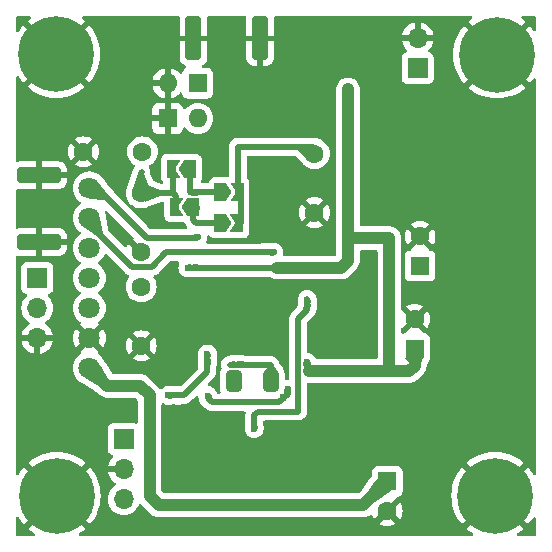
<source format=gbr>
%TF.GenerationSoftware,KiCad,Pcbnew,8.0.3-unknown-202406152119~3f4dc01d97~ubuntu22.04.1*%
%TF.CreationDate,2024-06-18T16:57:28+05:30*%
%TF.ProjectId,SDR-Board,5344522d-426f-4617-9264-2e6b69636164,rev?*%
%TF.SameCoordinates,Original*%
%TF.FileFunction,Copper,L2,Bot*%
%TF.FilePolarity,Positive*%
%FSLAX46Y46*%
G04 Gerber Fmt 4.6, Leading zero omitted, Abs format (unit mm)*
G04 Created by KiCad (PCBNEW 8.0.3-unknown-202406152119~3f4dc01d97~ubuntu22.04.1) date 2024-06-18 16:57:28*
%MOMM*%
%LPD*%
G01*
G04 APERTURE LIST*
G04 Aperture macros list*
%AMRoundRect*
0 Rectangle with rounded corners*
0 $1 Rounding radius*
0 $2 $3 $4 $5 $6 $7 $8 $9 X,Y pos of 4 corners*
0 Add a 4 corners polygon primitive as box body*
4,1,4,$2,$3,$4,$5,$6,$7,$8,$9,$2,$3,0*
0 Add four circle primitives for the rounded corners*
1,1,$1+$1,$2,$3*
1,1,$1+$1,$4,$5*
1,1,$1+$1,$6,$7*
1,1,$1+$1,$8,$9*
0 Add four rect primitives between the rounded corners*
20,1,$1+$1,$2,$3,$4,$5,0*
20,1,$1+$1,$4,$5,$6,$7,0*
20,1,$1+$1,$6,$7,$8,$9,0*
20,1,$1+$1,$8,$9,$2,$3,0*%
%AMFreePoly0*
4,1,6,1.000000,0.000000,0.500000,-0.750000,-0.500000,-0.750000,-0.500000,0.750000,0.500000,0.750000,1.000000,0.000000,1.000000,0.000000,$1*%
%AMFreePoly1*
4,1,6,0.500000,-0.750000,-0.650000,-0.750000,-0.150000,0.000000,-0.650000,0.750000,0.500000,0.750000,0.500000,-0.750000,0.500000,-0.750000,$1*%
G04 Aperture macros list end*
%TA.AperFunction,ComponentPad*%
%ADD10C,1.600000*%
%TD*%
%TA.AperFunction,ComponentPad*%
%ADD11C,0.800000*%
%TD*%
%TA.AperFunction,ComponentPad*%
%ADD12C,6.400000*%
%TD*%
%TA.AperFunction,ComponentPad*%
%ADD13R,1.700000X1.700000*%
%TD*%
%TA.AperFunction,ComponentPad*%
%ADD14O,1.700000X1.700000*%
%TD*%
%TA.AperFunction,ComponentPad*%
%ADD15C,1.800000*%
%TD*%
%TA.AperFunction,SMDPad,CuDef*%
%ADD16RoundRect,0.250000X0.425000X1.600000X-0.425000X1.600000X-0.425000X-1.600000X0.425000X-1.600000X0*%
%TD*%
%TA.AperFunction,ComponentPad*%
%ADD17R,1.600000X1.600000*%
%TD*%
%TA.AperFunction,ComponentPad*%
%ADD18O,1.600000X1.600000*%
%TD*%
%TA.AperFunction,SMDPad,CuDef*%
%ADD19RoundRect,0.250000X-1.600000X0.425000X-1.600000X-0.425000X1.600000X-0.425000X1.600000X0.425000X0*%
%TD*%
%TA.AperFunction,SMDPad,CuDef*%
%ADD20FreePoly0,0.000000*%
%TD*%
%TA.AperFunction,SMDPad,CuDef*%
%ADD21FreePoly1,0.000000*%
%TD*%
%TA.AperFunction,SMDPad,CuDef*%
%ADD22FreePoly0,180.000000*%
%TD*%
%TA.AperFunction,SMDPad,CuDef*%
%ADD23FreePoly1,180.000000*%
%TD*%
%TA.AperFunction,SMDPad,CuDef*%
%ADD24RoundRect,0.250000X0.412500X0.650000X-0.412500X0.650000X-0.412500X-0.650000X0.412500X-0.650000X0*%
%TD*%
%TA.AperFunction,ViaPad*%
%ADD25C,0.600000*%
%TD*%
%TA.AperFunction,Conductor*%
%ADD26C,1.000000*%
%TD*%
%TA.AperFunction,Conductor*%
%ADD27C,0.500000*%
%TD*%
G04 APERTURE END LIST*
D10*
%TO.P,C5,1*%
%TO.N,GND*%
X97100000Y-65570000D03*
%TO.P,C5,2*%
%TO.N,Net-(U2-2B1)*%
X102100000Y-65570000D03*
%TD*%
D11*
%TO.P,H4,1,1*%
%TO.N,GND*%
X129552944Y-94697056D03*
X130255888Y-93000000D03*
X130255888Y-96394112D03*
X131952944Y-92297056D03*
D12*
X131952944Y-94697056D03*
D11*
X131952944Y-97097056D03*
X133650000Y-93000000D03*
X133650000Y-96394112D03*
X134352944Y-94697056D03*
%TD*%
D13*
%TO.P,J3,1,Pin_1*%
%TO.N,Net-(J3-Pin_1)*%
X100500000Y-89900000D03*
D14*
%TO.P,J3,2,Pin_2*%
%TO.N,GND*%
X100500000Y-92440000D03*
%TO.P,J3,3,Pin_3*%
%TO.N,Net-(J3-Pin_3)*%
X100500000Y-94980000D03*
%TD*%
D15*
%TO.P,U1,1,VIN*%
%TO.N,+3.3V*%
X97600000Y-83880000D03*
%TO.P,U1,2,GND*%
%TO.N,GND*%
X97600000Y-81340000D03*
%TO.P,U1,3,SDA*%
%TO.N,Net-(J1-Pin_2)*%
X97600000Y-78800000D03*
%TO.P,U1,4,SCL*%
%TO.N,Net-(J1-Pin_1)*%
X97600000Y-76260000D03*
%TO.P,U1,5,S2*%
%TO.N,Net-(TX1-In)*%
X97600000Y-73720000D03*
%TO.P,U1,6,S1*%
%TO.N,Net-(U1-S1)*%
X97600000Y-71180000D03*
%TO.P,U1,7,SO*%
%TO.N,Net-(U1-SO)*%
X97600000Y-68640000D03*
%TD*%
D10*
%TO.P,C7,1*%
%TO.N,GND*%
X102000000Y-82000000D03*
%TO.P,C7,2*%
%TO.N,Net-(U2-2B4)*%
X102000000Y-77000000D03*
%TD*%
D16*
%TO.P,RX1,2,Ext*%
%TO.N,GND*%
X106415000Y-55982500D03*
X112065000Y-55982500D03*
%TD*%
D17*
%TO.P,D3,1,K*%
%TO.N,GND*%
X104244315Y-62750000D03*
D18*
%TO.P,D3,2,A*%
%TO.N,Net-(D2-K)*%
X106784315Y-62750000D03*
%TD*%
D17*
%TO.P,C8,1*%
%TO.N,+12V*%
X125600000Y-75250000D03*
D10*
%TO.P,C8,2*%
%TO.N,GND*%
X125600000Y-72750000D03*
%TD*%
D11*
%TO.P,H2,1,1*%
%TO.N,GND*%
X92402944Y-57302944D03*
X93105888Y-55605888D03*
X93105888Y-59000000D03*
X94802944Y-54902944D03*
D12*
X94802944Y-57302944D03*
D11*
X94802944Y-59702944D03*
X96500000Y-55605888D03*
X96500000Y-59000000D03*
X97202944Y-57302944D03*
%TD*%
D17*
%TO.P,C15,1*%
%TO.N,+3.3V*%
X122820000Y-93484888D03*
D10*
%TO.P,C15,2*%
%TO.N,GND*%
X122820000Y-95984888D03*
%TD*%
D13*
%TO.P,J1,1,Pin_1*%
%TO.N,Net-(J1-Pin_1)*%
X93200000Y-76275000D03*
D14*
%TO.P,J1,2,Pin_2*%
%TO.N,Net-(J1-Pin_2)*%
X93200000Y-78815000D03*
%TO.P,J1,3,Pin_3*%
%TO.N,GND*%
X93200000Y-81355000D03*
%TD*%
D10*
%TO.P,C6,1*%
%TO.N,GND*%
X116650000Y-70730000D03*
%TO.P,C6,2*%
%TO.N,Net-(JP2-B)*%
X116650000Y-65730000D03*
%TD*%
D19*
%TO.P,TX1,2,Ext*%
%TO.N,GND*%
X93350000Y-73225000D03*
X93350000Y-67575000D03*
%TD*%
D11*
%TO.P,H1,1,1*%
%TO.N,GND*%
X129700000Y-57350000D03*
X130402944Y-55652944D03*
X130402944Y-59047056D03*
X132100000Y-54950000D03*
D12*
X132100000Y-57350000D03*
D11*
X132100000Y-59750000D03*
X133797056Y-55652944D03*
X133797056Y-59047056D03*
X134500000Y-57350000D03*
%TD*%
D17*
%TO.P,D2,1,K*%
%TO.N,Net-(D2-K)*%
X106781370Y-59770000D03*
D18*
%TO.P,D2,2,A*%
%TO.N,GND*%
X104241370Y-59770000D03*
%TD*%
D17*
%TO.P,C13,1*%
%TO.N,+5V*%
X125150000Y-82245113D03*
D10*
%TO.P,C13,2*%
%TO.N,GND*%
X125150000Y-79745113D03*
%TD*%
D13*
%TO.P,J2,1,Pin_1*%
%TO.N,Net-(J2-Pin_1)*%
X125400000Y-58475000D03*
D14*
%TO.P,J2,2,Pin_2*%
%TO.N,GND*%
X125400000Y-55935000D03*
%TD*%
D11*
%TO.P,H3,1,1*%
%TO.N,GND*%
X92452944Y-94697056D03*
X93155888Y-93000000D03*
X93155888Y-96394112D03*
X94852944Y-92297056D03*
D12*
X94852944Y-94697056D03*
D11*
X94852944Y-97097056D03*
X96550000Y-93000000D03*
X96550000Y-96394112D03*
X97252944Y-94697056D03*
%TD*%
D10*
%TO.P,C4,1*%
%TO.N,GND*%
X102000000Y-74070000D03*
%TO.P,C4,2*%
%TO.N,Net-(JP1-B)*%
X102000000Y-69070000D03*
%TD*%
D20*
%TO.P,JP2,1,A*%
%TO.N,Net-(JP2-A)*%
X108695000Y-71630000D03*
D21*
%TO.P,JP2,2,B*%
%TO.N,Net-(JP2-B)*%
X110145000Y-71630000D03*
%TD*%
D22*
%TO.P,JP1,1,A*%
%TO.N,Net-(JP1-A)*%
X106130000Y-67010000D03*
D23*
%TO.P,JP1,2,B*%
%TO.N,Net-(JP1-B)*%
X104680000Y-67010000D03*
%TD*%
D24*
%TO.P,CD2,1*%
%TO.N,Net-(CD2-Pad1)*%
X112962500Y-85000000D03*
%TO.P,CD2,2*%
%TO.N,Net-(U2-2B1)*%
X109837500Y-85000000D03*
%TD*%
D20*
%TO.P,JP3,1,A*%
%TO.N,Net-(JP1-A)*%
X108705000Y-68990000D03*
D21*
%TO.P,JP3,2,B*%
%TO.N,Net-(JP2-B)*%
X110155000Y-68990000D03*
%TD*%
D22*
%TO.P,JP4,1,A*%
%TO.N,Net-(JP2-A)*%
X106420000Y-70280000D03*
D23*
%TO.P,JP4,2,B*%
%TO.N,Net-(JP1-B)*%
X104970000Y-70280000D03*
%TD*%
D25*
%TO.N,+5V*%
X116050000Y-84130000D03*
X106670000Y-75370000D03*
X119400000Y-61000000D03*
X119500000Y-60300000D03*
X116030000Y-83400000D03*
X105940000Y-75390000D03*
%TO.N,Net-(C12-Pad2)*%
X116070000Y-78730000D03*
X116070000Y-78100000D03*
X111560000Y-89030000D03*
%TO.N,Net-(U6B--)*%
X114004253Y-86370011D03*
X114410000Y-85690000D03*
X107630000Y-86220000D03*
%TO.N,GND*%
X121000000Y-64100000D03*
X94300000Y-89100000D03*
X115600000Y-97400000D03*
X113450000Y-63370000D03*
X121000000Y-69800000D03*
X101400000Y-57800000D03*
X99900000Y-57800000D03*
X92800000Y-86200000D03*
X94200000Y-62000000D03*
X120460000Y-92020000D03*
X101400000Y-55100000D03*
X102300000Y-70900000D03*
X105800000Y-91100000D03*
X121000000Y-67100000D03*
X101400000Y-56600000D03*
X117400000Y-73499000D03*
X134900000Y-68000000D03*
X100000000Y-62000000D03*
X114950000Y-63370000D03*
X95700000Y-63500000D03*
X121400000Y-76160000D03*
X122500000Y-67100000D03*
X122500000Y-71300000D03*
X95700000Y-62000000D03*
X131500000Y-89150000D03*
X99900000Y-56600000D03*
X114100000Y-97400000D03*
X134900000Y-74000000D03*
X112270000Y-78070000D03*
X101000000Y-72900000D03*
X134900000Y-69500000D03*
X117100000Y-97400000D03*
X111220000Y-73080000D03*
X134000000Y-87300000D03*
X132500000Y-87300000D03*
X107920000Y-76700000D03*
X134900000Y-62000000D03*
X101400000Y-59300000D03*
X133400000Y-62000000D03*
X122500000Y-64100000D03*
X103700000Y-70700000D03*
X102000000Y-79850000D03*
X112270000Y-78880000D03*
X127400000Y-77100000D03*
X116190000Y-76810000D03*
X92800000Y-87700000D03*
X116450000Y-63370000D03*
X134900000Y-71000000D03*
X99900000Y-59300000D03*
X134900000Y-65000000D03*
X121000000Y-71300000D03*
X133400000Y-63500000D03*
X94200000Y-63500000D03*
X116200000Y-73500000D03*
X97000000Y-62000000D03*
X102000000Y-79060000D03*
X134900000Y-66500000D03*
X111270000Y-66500000D03*
X122500000Y-69800000D03*
X122500000Y-65600000D03*
X120100000Y-97400000D03*
X121000000Y-65600000D03*
X122500000Y-68600000D03*
X134000000Y-85800000D03*
X98500000Y-62000000D03*
X134900000Y-72500000D03*
X131700000Y-62800000D03*
X121400000Y-75370000D03*
X92800000Y-89100000D03*
X94300000Y-90600000D03*
X109520000Y-78330000D03*
X97000000Y-63500000D03*
X103000000Y-70700000D03*
X98500000Y-63500000D03*
X99900000Y-55100000D03*
X131700000Y-61370000D03*
X115360000Y-76810000D03*
X92800000Y-90600000D03*
X120460000Y-91230000D03*
X132400000Y-89150000D03*
X118600000Y-97400000D03*
X100000000Y-63500000D03*
X132500000Y-85800000D03*
X134900000Y-63500000D03*
X121000000Y-68600000D03*
X109480000Y-77580000D03*
X111950000Y-63370000D03*
%TO.N,Net-(U2-2B1)*%
X110190000Y-84990000D03*
X109500000Y-85000000D03*
%TO.N,Net-(U1-SO)*%
X106080000Y-72850000D03*
X106780000Y-72830000D03*
%TO.N,Net-(U1-S1)*%
X112400000Y-74100000D03*
X113200000Y-74100000D03*
%TO.N,Net-(JP1-A)*%
X106200000Y-69010000D03*
X106810000Y-68990000D03*
%TO.N,Net-(JP2-A)*%
X106690000Y-70320000D03*
X105980000Y-70320000D03*
%TO.N,Net-(CD1-Pad1)*%
X104300000Y-86200000D03*
X107600000Y-82700000D03*
X105100000Y-86200000D03*
X107600000Y-83400000D03*
%TO.N,Net-(CD2-Pad1)*%
X110400000Y-83600000D03*
X109700000Y-83600000D03*
%TD*%
D26*
%TO.N,+5V*%
X119500000Y-72100000D02*
X119500000Y-60300000D01*
X123000000Y-84130000D02*
X121500000Y-84130000D01*
X119500000Y-72900000D02*
X119500000Y-72100000D01*
D27*
X113500000Y-75390000D02*
X114700000Y-75390000D01*
D26*
X121500000Y-84130000D02*
X116230000Y-84130000D01*
X118910000Y-75390000D02*
X113500000Y-75390000D01*
X125150000Y-83680000D02*
X124700000Y-84130000D01*
X121500000Y-84130000D02*
X124700000Y-84130000D01*
X125150000Y-82245113D02*
X125150000Y-83680000D01*
X119500000Y-72100000D02*
X119500000Y-74800000D01*
X123000000Y-72900000D02*
X123000000Y-84130000D01*
D27*
X114700000Y-75390000D02*
X117949339Y-75390000D01*
X105940000Y-75390000D02*
X113500000Y-75390000D01*
X116030000Y-83400000D02*
X116030000Y-84110000D01*
D26*
X119500000Y-72900000D02*
X123000000Y-72900000D01*
X119500000Y-74800000D02*
X118910000Y-75390000D01*
D27*
X116030000Y-84110000D02*
X116050000Y-84130000D01*
%TO.N,Net-(C12-Pad2)*%
X111560000Y-87890000D02*
X111560000Y-89030000D01*
X116070000Y-78100000D02*
X116040000Y-78070000D01*
X116040000Y-78760000D02*
X116040000Y-78960000D01*
X116040000Y-78070000D02*
X116040000Y-78010000D01*
X116040000Y-78700000D02*
X116040000Y-78130000D01*
X116070000Y-78730000D02*
X116040000Y-78700000D01*
X111880000Y-87570000D02*
X111560000Y-87890000D01*
X116040000Y-78960000D02*
X115280000Y-79720000D01*
X115280000Y-79720000D02*
X115280000Y-87570000D01*
X115280000Y-87570000D02*
X111880000Y-87570000D01*
X116070000Y-78730000D02*
X116040000Y-78760000D01*
X116040000Y-78130000D02*
X116070000Y-78100000D01*
%TO.N,Net-(U6B--)*%
X113700000Y-86800000D02*
X108000000Y-86800000D01*
X114410000Y-85690000D02*
X114410000Y-86090000D01*
X107630000Y-86430000D02*
X107630000Y-86220000D01*
X114410000Y-86090000D02*
X113700000Y-86800000D01*
X114410000Y-85720000D02*
X114410000Y-85690000D01*
X114410000Y-85690000D02*
X114440000Y-85690000D01*
X108000000Y-86800000D02*
X107630000Y-86430000D01*
%TO.N,GND*%
X109480000Y-78290000D02*
X109520000Y-78330000D01*
X109520000Y-78330000D02*
X112010000Y-78330000D01*
X112010000Y-78330000D02*
X112270000Y-78070000D01*
X109480000Y-77580000D02*
X109480000Y-78290000D01*
X112270000Y-78880000D02*
X112270000Y-78070000D01*
%TO.N,Net-(JP1-B)*%
X104965097Y-69334903D02*
X104675097Y-69044903D01*
X102000000Y-69070000D02*
X102000000Y-67350000D01*
X104965097Y-70280000D02*
X104965097Y-69334903D01*
X104650000Y-69070000D02*
X104675097Y-69044903D01*
X102000000Y-69070000D02*
X104650000Y-69070000D01*
X104675097Y-69044903D02*
X104675097Y-67010000D01*
X102000000Y-67350000D02*
X102020000Y-67330000D01*
%TO.N,Net-(JP2-B)*%
X110159903Y-65150000D02*
X116070000Y-65150000D01*
X110159903Y-65150000D02*
X110159903Y-68990000D01*
X110400000Y-71625000D02*
X110400000Y-68995000D01*
X116070000Y-65150000D02*
X116650000Y-65730000D01*
D26*
%TO.N,+3.3V*%
X97600000Y-83880000D02*
X99120000Y-85400000D01*
X99120000Y-85400000D02*
X101900000Y-85400000D01*
X102700000Y-86200000D02*
X102700000Y-94700000D01*
X103500000Y-95500000D02*
X120804888Y-95500000D01*
X101900000Y-85400000D02*
X102700000Y-86200000D01*
X120804888Y-95500000D02*
X122820000Y-93484888D01*
X102700000Y-94700000D02*
X103500000Y-95500000D01*
D27*
%TO.N,Net-(U1-SO)*%
X99107873Y-69507873D02*
X102500000Y-72900000D01*
X105477650Y-72900000D02*
X105266788Y-72900000D01*
X98240000Y-68640000D02*
X98851780Y-69251780D01*
X106710000Y-72900000D02*
X105477650Y-72900000D01*
X102046900Y-72446899D02*
X102500001Y-72900000D01*
X106780000Y-72830000D02*
X106710000Y-72900000D01*
X98851780Y-69251780D02*
X99107873Y-69507873D01*
X102188320Y-72588320D02*
X102046900Y-72446899D01*
X102500000Y-72900000D02*
X102188320Y-72588320D01*
X102500001Y-72900000D02*
X105266788Y-72900000D01*
%TO.N,Net-(U1-S1)*%
X102900000Y-75300000D02*
X104100000Y-74100000D01*
X102900000Y-75320000D02*
X102900000Y-75300000D01*
X101220000Y-75320000D02*
X102900000Y-75320000D01*
X104100000Y-74100000D02*
X113200000Y-74100000D01*
X97600000Y-71700000D02*
X101220000Y-75320000D01*
%TO.N,Net-(JP1-A)*%
X106200000Y-69010000D02*
X106790000Y-69010000D01*
X106130000Y-67010000D02*
X106130000Y-68990000D01*
X106130000Y-68990000D02*
X106150000Y-69010000D01*
X106200000Y-69010000D02*
X108685000Y-69010000D01*
X106150000Y-69010000D02*
X106200000Y-69010000D01*
X106790000Y-69010000D02*
X106810000Y-68990000D01*
%TO.N,Net-(JP2-A)*%
X106420000Y-70280000D02*
X106420000Y-71390000D01*
X106660000Y-71630000D02*
X108695000Y-71630000D01*
X106420000Y-71390000D02*
X106660000Y-71630000D01*
%TO.N,Net-(CD1-Pad1)*%
X105800000Y-86000000D02*
X107600000Y-84200000D01*
X107600000Y-84200000D02*
X107600000Y-83400000D01*
X105600000Y-86200000D02*
X105800000Y-86000000D01*
X104300000Y-86200000D02*
X105600000Y-86200000D01*
X107600000Y-83400000D02*
X107600000Y-82700000D01*
%TO.N,Net-(CD2-Pad1)*%
X109700000Y-83600000D02*
X109500000Y-83600000D01*
X112962500Y-83662500D02*
X112900000Y-83600000D01*
X112962500Y-85000000D02*
X112962500Y-83662500D01*
X112900000Y-83600000D02*
X110400000Y-83600000D01*
X110400000Y-83600000D02*
X109700000Y-83600000D01*
%TD*%
%TA.AperFunction,Conductor*%
%TO.N,GND*%
G36*
X93632532Y-95739386D02*
G01*
X93810614Y-95917468D01*
X93912244Y-95991307D01*
X92417592Y-97485959D01*
X92417593Y-97485960D01*
X92675150Y-97694524D01*
X92947675Y-97871505D01*
X92993178Y-97924526D01*
X93002792Y-97993731D01*
X92973465Y-98057148D01*
X92914508Y-98094642D01*
X92880140Y-98099500D01*
X91524500Y-98099500D01*
X91457461Y-98079815D01*
X91411706Y-98027011D01*
X91400500Y-97975500D01*
X91400500Y-96587702D01*
X91420185Y-96520663D01*
X91472989Y-96474908D01*
X91542147Y-96464964D01*
X91605703Y-96493989D01*
X91634985Y-96531408D01*
X91644251Y-96549594D01*
X91644252Y-96549597D01*
X91855475Y-96874849D01*
X92064039Y-97132406D01*
X92064040Y-97132406D01*
X93558692Y-95637754D01*
X93632532Y-95739386D01*
G37*
%TD.AperFunction*%
%TA.AperFunction,Conductor*%
G36*
X121942539Y-73920185D02*
G01*
X121988294Y-73972989D01*
X121999500Y-74024500D01*
X121999500Y-83005500D01*
X121979815Y-83072539D01*
X121927011Y-83118294D01*
X121875500Y-83129500D01*
X116871423Y-83129500D01*
X116804384Y-83109815D01*
X116758629Y-83057011D01*
X116757068Y-83053133D01*
X116755792Y-83050483D01*
X116734784Y-83017049D01*
X116659816Y-82897738D01*
X116532262Y-82770184D01*
X116507457Y-82754598D01*
X116379521Y-82674210D01*
X116209249Y-82614630D01*
X116140616Y-82606897D01*
X116076202Y-82579830D01*
X116036647Y-82522235D01*
X116030500Y-82483677D01*
X116030500Y-80082229D01*
X116050185Y-80015190D01*
X116066819Y-79994548D01*
X116622948Y-79438419D01*
X116622951Y-79438416D01*
X116705084Y-79315495D01*
X116761658Y-79178913D01*
X116770316Y-79135384D01*
X116786938Y-79093606D01*
X116795789Y-79079522D01*
X116855368Y-78909255D01*
X116855369Y-78909249D01*
X116875565Y-78730003D01*
X116875565Y-78729998D01*
X116869838Y-78679175D01*
X116869063Y-78664178D01*
X116869196Y-78649317D01*
X116839869Y-78431548D01*
X116839869Y-78398448D01*
X116846213Y-78351344D01*
X116869196Y-78180684D01*
X116872522Y-78147985D01*
X116872627Y-78146462D01*
X116872459Y-78136864D01*
X116873220Y-78120805D01*
X116875565Y-78100000D01*
X116871788Y-78066482D01*
X116871535Y-78062586D01*
X116870462Y-78054499D01*
X116870163Y-78052060D01*
X116855369Y-77920750D01*
X116855368Y-77920745D01*
X116834029Y-77859762D01*
X116795789Y-77750478D01*
X116699816Y-77597738D01*
X116572262Y-77470184D01*
X116555270Y-77459507D01*
X116533561Y-77442194D01*
X116518418Y-77427050D01*
X116518415Y-77427048D01*
X116395501Y-77344919D01*
X116395488Y-77344912D01*
X116258917Y-77288343D01*
X116258907Y-77288340D01*
X116113920Y-77259500D01*
X116113918Y-77259500D01*
X115966082Y-77259500D01*
X115966080Y-77259500D01*
X115821092Y-77288340D01*
X115821082Y-77288343D01*
X115684511Y-77344912D01*
X115684498Y-77344919D01*
X115561584Y-77427048D01*
X115561580Y-77427051D01*
X115457051Y-77531580D01*
X115457048Y-77531584D01*
X115374919Y-77654498D01*
X115374912Y-77654511D01*
X115318342Y-77791084D01*
X115318341Y-77791089D01*
X115304680Y-77859762D01*
X115300106Y-77876519D01*
X115284632Y-77920745D01*
X115284630Y-77920751D01*
X115264435Y-78099995D01*
X115264435Y-78099998D01*
X115264891Y-78104049D01*
X115264924Y-78124623D01*
X115265358Y-78124640D01*
X115265191Y-78129063D01*
X115274677Y-78410826D01*
X115274677Y-78419171D01*
X115271292Y-78519710D01*
X115260436Y-78566433D01*
X115178279Y-78748959D01*
X115152886Y-78785744D01*
X114697047Y-79241584D01*
X114697045Y-79241586D01*
X114674442Y-79275416D01*
X114665424Y-79288914D01*
X114658822Y-79298795D01*
X114614914Y-79364507D01*
X114558343Y-79501082D01*
X114558340Y-79501092D01*
X114529500Y-79646079D01*
X114529500Y-84760435D01*
X114509815Y-84827474D01*
X114457011Y-84873229D01*
X114416731Y-84881991D01*
X114416919Y-84883655D01*
X114263382Y-84900954D01*
X114194560Y-84888899D01*
X114143181Y-84841550D01*
X114125499Y-84777734D01*
X114125499Y-84299998D01*
X114125498Y-84299981D01*
X114114999Y-84197203D01*
X114114998Y-84197200D01*
X114086535Y-84111305D01*
X114059814Y-84030666D01*
X114020235Y-83966499D01*
X114015976Y-83958476D01*
X114015862Y-83958538D01*
X114013758Y-83954642D01*
X114013756Y-83954637D01*
X113986313Y-83911482D01*
X113985504Y-83910189D01*
X113967712Y-83881344D01*
X113967711Y-83881343D01*
X113966994Y-83880180D01*
X113961418Y-83872332D01*
X113681321Y-83431864D01*
X113671396Y-83412777D01*
X113627587Y-83307012D01*
X113627586Y-83307011D01*
X113627584Y-83307005D01*
X113606055Y-83274785D01*
X113545454Y-83184088D01*
X113545453Y-83184086D01*
X113513962Y-83152595D01*
X113464228Y-83102861D01*
X113378416Y-83017048D01*
X113297651Y-82963084D01*
X113255495Y-82934916D01*
X113255494Y-82934915D01*
X113255492Y-82934914D01*
X113255490Y-82934913D01*
X113118917Y-82878343D01*
X113118907Y-82878340D01*
X112973920Y-82849500D01*
X112973918Y-82849500D01*
X111063364Y-82849500D01*
X111035591Y-82846349D01*
X111031252Y-82845352D01*
X110454598Y-82797297D01*
X110454593Y-82797296D01*
X110454561Y-82797294D01*
X110433986Y-82796002D01*
X110433072Y-82795964D01*
X110433066Y-82795964D01*
X110433061Y-82795964D01*
X110433059Y-82795964D01*
X110426609Y-82796161D01*
X110408931Y-82795441D01*
X110400000Y-82794435D01*
X110399999Y-82794435D01*
X110399998Y-82794435D01*
X110375075Y-82797242D01*
X110353811Y-82797800D01*
X110346580Y-82797369D01*
X110345392Y-82797298D01*
X110345391Y-82797298D01*
X110327355Y-82798801D01*
X110060297Y-82821055D01*
X110039703Y-82821055D01*
X109754566Y-82797294D01*
X109733986Y-82796002D01*
X109733072Y-82795964D01*
X109733066Y-82795964D01*
X109733061Y-82795964D01*
X109733059Y-82795964D01*
X109726609Y-82796161D01*
X109708931Y-82795441D01*
X109700000Y-82794435D01*
X109699999Y-82794435D01*
X109699998Y-82794435D01*
X109699997Y-82794435D01*
X109673945Y-82797369D01*
X109663892Y-82798089D01*
X109659364Y-82798228D01*
X109655257Y-82798801D01*
X109645426Y-82800583D01*
X109520749Y-82814630D01*
X109520742Y-82814632D01*
X109422748Y-82848921D01*
X109405987Y-82853496D01*
X109281092Y-82878340D01*
X109281084Y-82878342D01*
X109144511Y-82934912D01*
X109144498Y-82934919D01*
X109021584Y-83017048D01*
X109021580Y-83017051D01*
X108917051Y-83121580D01*
X108917048Y-83121584D01*
X108834919Y-83244498D01*
X108834912Y-83244511D01*
X108778343Y-83381082D01*
X108778340Y-83381092D01*
X108749500Y-83526079D01*
X108749500Y-83526082D01*
X108749500Y-83673918D01*
X108749500Y-83673920D01*
X108749499Y-83673920D01*
X108778340Y-83818907D01*
X108778343Y-83818917D01*
X108791220Y-83850004D01*
X108798689Y-83919473D01*
X108782198Y-83962551D01*
X108740186Y-84030666D01*
X108685001Y-84197203D01*
X108685001Y-84197204D01*
X108685000Y-84197204D01*
X108674500Y-84299983D01*
X108674500Y-85700001D01*
X108674501Y-85700018D01*
X108685000Y-85802796D01*
X108685001Y-85802799D01*
X108712736Y-85886496D01*
X108715138Y-85956324D01*
X108679406Y-86016366D01*
X108616886Y-86047559D01*
X108595030Y-86049500D01*
X108515072Y-86049500D01*
X108448033Y-86029815D01*
X108402278Y-85977011D01*
X108401125Y-85974410D01*
X108376223Y-85916395D01*
X108376223Y-85916394D01*
X108364110Y-85891634D01*
X108358455Y-85878098D01*
X108355790Y-85870480D01*
X108313262Y-85802797D01*
X108259816Y-85717738D01*
X108132262Y-85590184D01*
X108100431Y-85570183D01*
X107979523Y-85494211D01*
X107809254Y-85434631D01*
X107809250Y-85434630D01*
X107721338Y-85424725D01*
X107656924Y-85397658D01*
X107617369Y-85340063D01*
X107615232Y-85270226D01*
X107647539Y-85213827D01*
X108182951Y-84678416D01*
X108265084Y-84555495D01*
X108321658Y-84418913D01*
X108335267Y-84350500D01*
X108350500Y-84273920D01*
X108350500Y-84063362D01*
X108353651Y-84035586D01*
X108354648Y-84031251D01*
X108402701Y-83454608D01*
X108403983Y-83434281D01*
X108404023Y-83433348D01*
X108403821Y-83426734D01*
X108404544Y-83409058D01*
X108405565Y-83400002D01*
X108405565Y-83400000D01*
X108402757Y-83375082D01*
X108402198Y-83353802D01*
X108402701Y-83345391D01*
X108378943Y-83060295D01*
X108378943Y-83039701D01*
X108402701Y-82754608D01*
X108403983Y-82734281D01*
X108404023Y-82733348D01*
X108403821Y-82726734D01*
X108404544Y-82709058D01*
X108405565Y-82700000D01*
X108402625Y-82673917D01*
X108401906Y-82663834D01*
X108401770Y-82659359D01*
X108401769Y-82659355D01*
X108401769Y-82659349D01*
X108401199Y-82655263D01*
X108399416Y-82645432D01*
X108385368Y-82520745D01*
X108325789Y-82350478D01*
X108229816Y-82197738D01*
X108102262Y-82070184D01*
X107949523Y-81974211D01*
X107779254Y-81914631D01*
X107779249Y-81914630D01*
X107600004Y-81894435D01*
X107599996Y-81894435D01*
X107420750Y-81914630D01*
X107420745Y-81914631D01*
X107250476Y-81974211D01*
X107097737Y-82070184D01*
X106970184Y-82197737D01*
X106874211Y-82350476D01*
X106814631Y-82520745D01*
X106814630Y-82520750D01*
X106794548Y-82698995D01*
X106794435Y-82700000D01*
X106796448Y-82717869D01*
X106797242Y-82724918D01*
X106797801Y-82746181D01*
X106797298Y-82754607D01*
X106821055Y-83039702D01*
X106821055Y-83060296D01*
X106813364Y-83152595D01*
X106797298Y-83345390D01*
X106796828Y-83352836D01*
X106796015Y-83365720D01*
X106795975Y-83366658D01*
X106796177Y-83373301D01*
X106795456Y-83390928D01*
X106794435Y-83399998D01*
X106794435Y-83400003D01*
X106797241Y-83424909D01*
X106797801Y-83446172D01*
X106797298Y-83454604D01*
X106797298Y-83454609D01*
X106813472Y-83648695D01*
X106829962Y-83846582D01*
X106815912Y-83915024D01*
X106794071Y-83944560D01*
X105361693Y-85376937D01*
X105300370Y-85410422D01*
X105260129Y-85412476D01*
X105100004Y-85394435D01*
X105099996Y-85394435D01*
X104920751Y-85414630D01*
X104920744Y-85414632D01*
X104876787Y-85430012D01*
X104825539Y-85436541D01*
X104354564Y-85397294D01*
X104333986Y-85396002D01*
X104333072Y-85395964D01*
X104333066Y-85395964D01*
X104333061Y-85395964D01*
X104333059Y-85395964D01*
X104326609Y-85396161D01*
X104308931Y-85395441D01*
X104300000Y-85394435D01*
X104299999Y-85394435D01*
X104299998Y-85394435D01*
X104299997Y-85394435D01*
X104273945Y-85397369D01*
X104263892Y-85398089D01*
X104259364Y-85398228D01*
X104255257Y-85398801D01*
X104245426Y-85400583D01*
X104120750Y-85414630D01*
X103950478Y-85474210D01*
X103797739Y-85570183D01*
X103715583Y-85652339D01*
X103654259Y-85685823D01*
X103584568Y-85680839D01*
X103528634Y-85638967D01*
X103524799Y-85633547D01*
X103477137Y-85562215D01*
X103334686Y-85419764D01*
X103334655Y-85419735D01*
X102681479Y-84766559D01*
X102681459Y-84766537D01*
X102537785Y-84622863D01*
X102537781Y-84622860D01*
X102373920Y-84513371D01*
X102373907Y-84513364D01*
X102222661Y-84450717D01*
X102191837Y-84437949D01*
X102191829Y-84437947D01*
X102095188Y-84418724D01*
X101998544Y-84399500D01*
X101998541Y-84399500D01*
X99640585Y-84399500D01*
X99573546Y-84379815D01*
X99535623Y-84341522D01*
X99509494Y-84299983D01*
X99078404Y-83614637D01*
X98866893Y-83278378D01*
X98858310Y-83262187D01*
X98835924Y-83211151D01*
X98797668Y-83152596D01*
X98708983Y-83016852D01*
X98708980Y-83016849D01*
X98708979Y-83016847D01*
X98551784Y-82846087D01*
X98373773Y-82707536D01*
X98332961Y-82650826D01*
X98329286Y-82581053D01*
X98363917Y-82520370D01*
X98373772Y-82511831D01*
X98398797Y-82492352D01*
X98398798Y-82492350D01*
X97735942Y-81829494D01*
X97796081Y-81813381D01*
X97911920Y-81746502D01*
X98006502Y-81651920D01*
X98073381Y-81536081D01*
X98089495Y-81475942D01*
X98751186Y-82137633D01*
X98835482Y-82008611D01*
X98839260Y-81999997D01*
X100695034Y-81999997D01*
X100695034Y-82000002D01*
X100714858Y-82226599D01*
X100714860Y-82226610D01*
X100773730Y-82446317D01*
X100773735Y-82446331D01*
X100869863Y-82652478D01*
X100920974Y-82725472D01*
X101600000Y-82046446D01*
X101600000Y-82052661D01*
X101627259Y-82154394D01*
X101679920Y-82245606D01*
X101754394Y-82320080D01*
X101845606Y-82372741D01*
X101947339Y-82400000D01*
X101953553Y-82400000D01*
X101274526Y-83079025D01*
X101347513Y-83130132D01*
X101347521Y-83130136D01*
X101553668Y-83226264D01*
X101553682Y-83226269D01*
X101773389Y-83285139D01*
X101773400Y-83285141D01*
X101999998Y-83304966D01*
X102000002Y-83304966D01*
X102226599Y-83285141D01*
X102226610Y-83285139D01*
X102446317Y-83226269D01*
X102446331Y-83226264D01*
X102652478Y-83130136D01*
X102725471Y-83079024D01*
X102046447Y-82400000D01*
X102052661Y-82400000D01*
X102154394Y-82372741D01*
X102245606Y-82320080D01*
X102320080Y-82245606D01*
X102372741Y-82154394D01*
X102400000Y-82052661D01*
X102400000Y-82046447D01*
X103079024Y-82725471D01*
X103130136Y-82652478D01*
X103226264Y-82446331D01*
X103226269Y-82446317D01*
X103285139Y-82226610D01*
X103285141Y-82226599D01*
X103304966Y-82000002D01*
X103304966Y-81999997D01*
X103285141Y-81773400D01*
X103285139Y-81773389D01*
X103226269Y-81553682D01*
X103226264Y-81553668D01*
X103130136Y-81347521D01*
X103130132Y-81347513D01*
X103079025Y-81274526D01*
X102400000Y-81953551D01*
X102400000Y-81947339D01*
X102372741Y-81845606D01*
X102320080Y-81754394D01*
X102245606Y-81679920D01*
X102154394Y-81627259D01*
X102052661Y-81600000D01*
X102046448Y-81600000D01*
X102725472Y-80920974D01*
X102652478Y-80869863D01*
X102446331Y-80773735D01*
X102446317Y-80773730D01*
X102226610Y-80714860D01*
X102226599Y-80714858D01*
X102000002Y-80695034D01*
X101999998Y-80695034D01*
X101773400Y-80714858D01*
X101773389Y-80714860D01*
X101553682Y-80773730D01*
X101553673Y-80773734D01*
X101347516Y-80869866D01*
X101347512Y-80869868D01*
X101274526Y-80920973D01*
X101274526Y-80920974D01*
X101953553Y-81600000D01*
X101947339Y-81600000D01*
X101845606Y-81627259D01*
X101754394Y-81679920D01*
X101679920Y-81754394D01*
X101627259Y-81845606D01*
X101600000Y-81947339D01*
X101600000Y-81953552D01*
X100920974Y-81274526D01*
X100920973Y-81274526D01*
X100869868Y-81347512D01*
X100869866Y-81347516D01*
X100773734Y-81553673D01*
X100773730Y-81553682D01*
X100714860Y-81773389D01*
X100714858Y-81773400D01*
X100695034Y-81999997D01*
X98839260Y-81999997D01*
X98928682Y-81796135D01*
X98985638Y-81571218D01*
X99004798Y-81340005D01*
X99004798Y-81339994D01*
X98985638Y-81108781D01*
X98928682Y-80883864D01*
X98835484Y-80671393D01*
X98751186Y-80542365D01*
X98089494Y-81204057D01*
X98073381Y-81143919D01*
X98006502Y-81028080D01*
X97911920Y-80933498D01*
X97796081Y-80866619D01*
X97735941Y-80850504D01*
X98398797Y-80187647D01*
X98398797Y-80187646D01*
X98373773Y-80168169D01*
X98332961Y-80111459D01*
X98329286Y-80041686D01*
X98363918Y-79981003D01*
X98373760Y-79972473D01*
X98551784Y-79833913D01*
X98708979Y-79663153D01*
X98835924Y-79468849D01*
X98929157Y-79256300D01*
X98986134Y-79031305D01*
X98996247Y-78909262D01*
X99005300Y-78800006D01*
X99005300Y-78799993D01*
X98986135Y-78568702D01*
X98986133Y-78568691D01*
X98929157Y-78343699D01*
X98835924Y-78131151D01*
X98708983Y-77936852D01*
X98708980Y-77936849D01*
X98708979Y-77936847D01*
X98551784Y-77766087D01*
X98374180Y-77627853D01*
X98333368Y-77571143D01*
X98329693Y-77501370D01*
X98364324Y-77440687D01*
X98374181Y-77432146D01*
X98551784Y-77293913D01*
X98708979Y-77123153D01*
X98835924Y-76928849D01*
X98929157Y-76716300D01*
X98986134Y-76491305D01*
X98986135Y-76491297D01*
X99005300Y-76260006D01*
X99005300Y-76259993D01*
X98986135Y-76028702D01*
X98986133Y-76028691D01*
X98929157Y-75803699D01*
X98835924Y-75591151D01*
X98708983Y-75396852D01*
X98708980Y-75396849D01*
X98708979Y-75396847D01*
X98551784Y-75226087D01*
X98374180Y-75087853D01*
X98333368Y-75031143D01*
X98329693Y-74961370D01*
X98364324Y-74900687D01*
X98374181Y-74892146D01*
X98551784Y-74753913D01*
X98708979Y-74583153D01*
X98835924Y-74388849D01*
X98882406Y-74282880D01*
X98927362Y-74229395D01*
X98994098Y-74208705D01*
X99061426Y-74227380D01*
X99083643Y-74245010D01*
X100637049Y-75798416D01*
X100730895Y-75892262D01*
X100741585Y-75902952D01*
X100864498Y-75985080D01*
X100864511Y-75985087D01*
X100922168Y-76008969D01*
X100976572Y-76052809D01*
X100998637Y-76119103D01*
X100981358Y-76186803D01*
X100976294Y-76194649D01*
X100869432Y-76347266D01*
X100869432Y-76347267D01*
X100869430Y-76347270D01*
X100773261Y-76553502D01*
X100773258Y-76553511D01*
X100714366Y-76773302D01*
X100714364Y-76773313D01*
X100694532Y-76999998D01*
X100694532Y-77000001D01*
X100714364Y-77226686D01*
X100714366Y-77226697D01*
X100773258Y-77446488D01*
X100773261Y-77446497D01*
X100869431Y-77652732D01*
X100869432Y-77652734D01*
X100999954Y-77839141D01*
X101160858Y-78000045D01*
X101160861Y-78000047D01*
X101347266Y-78130568D01*
X101553504Y-78226739D01*
X101773308Y-78285635D01*
X101935230Y-78299801D01*
X101999998Y-78305468D01*
X102000000Y-78305468D01*
X102000002Y-78305468D01*
X102056673Y-78300509D01*
X102226692Y-78285635D01*
X102446496Y-78226739D01*
X102652734Y-78130568D01*
X102839139Y-78000047D01*
X103000047Y-77839139D01*
X103130568Y-77652734D01*
X103226739Y-77446496D01*
X103285635Y-77226692D01*
X103305468Y-77000000D01*
X103285635Y-76773308D01*
X103226739Y-76553504D01*
X103130568Y-76347266D01*
X103050143Y-76232407D01*
X103027817Y-76166202D01*
X103044827Y-76098435D01*
X103095776Y-76050622D01*
X103115734Y-76042621D01*
X103118897Y-76041661D01*
X103118913Y-76041658D01*
X103255495Y-75985084D01*
X103378416Y-75902951D01*
X103482951Y-75798416D01*
X103516442Y-75748291D01*
X103531855Y-75729511D01*
X104374548Y-74886819D01*
X104435871Y-74853334D01*
X104462229Y-74850500D01*
X105109220Y-74850500D01*
X105176259Y-74870185D01*
X105222014Y-74922989D01*
X105231958Y-74992147D01*
X105216624Y-75033912D01*
X105217231Y-75034205D01*
X105214225Y-75040446D01*
X105214218Y-75040466D01*
X105214211Y-75040476D01*
X105154631Y-75210745D01*
X105154630Y-75210750D01*
X105134435Y-75389996D01*
X105134435Y-75390003D01*
X105154630Y-75569249D01*
X105154631Y-75569254D01*
X105214211Y-75739523D01*
X105310184Y-75892262D01*
X105437738Y-76019816D01*
X105490246Y-76052809D01*
X105561969Y-76097876D01*
X105590478Y-76115789D01*
X105731767Y-76165228D01*
X105760745Y-76175368D01*
X105760750Y-76175369D01*
X105939997Y-76195565D01*
X105939999Y-76195565D01*
X105939999Y-76195564D01*
X105940000Y-76195565D01*
X105964919Y-76192756D01*
X105986193Y-76192198D01*
X105994608Y-76192701D01*
X106458719Y-76154025D01*
X106483687Y-76155797D01*
X106483824Y-76154589D01*
X106669996Y-76175565D01*
X106670000Y-76175565D01*
X106670004Y-76175565D01*
X106849246Y-76155369D01*
X106849245Y-76155369D01*
X106849255Y-76155368D01*
X106871857Y-76147458D01*
X106912812Y-76140500D01*
X112785390Y-76140500D01*
X112852429Y-76160185D01*
X112859358Y-76165228D01*
X113026079Y-76276628D01*
X113026092Y-76276635D01*
X113208160Y-76352049D01*
X113208165Y-76352051D01*
X113208169Y-76352051D01*
X113208170Y-76352052D01*
X113401456Y-76390500D01*
X113401459Y-76390500D01*
X119008542Y-76390500D01*
X119027870Y-76386655D01*
X119105188Y-76371275D01*
X119201836Y-76352051D01*
X119255165Y-76329961D01*
X119383914Y-76276632D01*
X119547782Y-76167139D01*
X119687139Y-76027782D01*
X119687140Y-76027779D01*
X119694206Y-76020714D01*
X119694209Y-76020710D01*
X120137778Y-75577141D01*
X120137782Y-75577139D01*
X120277139Y-75437782D01*
X120386632Y-75273914D01*
X120386635Y-75273907D01*
X120459426Y-75098173D01*
X120459427Y-75098169D01*
X120459429Y-75098165D01*
X120462051Y-75091836D01*
X120493154Y-74935470D01*
X120500500Y-74898541D01*
X120500500Y-74024500D01*
X120520185Y-73957461D01*
X120572989Y-73911706D01*
X120624500Y-73900500D01*
X121875500Y-73900500D01*
X121942539Y-73920185D01*
G37*
%TD.AperFunction*%
%TA.AperFunction,Conductor*%
G36*
X124750000Y-79797774D02*
G01*
X124777259Y-79899507D01*
X124829920Y-79990719D01*
X124904394Y-80065193D01*
X124995606Y-80117854D01*
X125097339Y-80145113D01*
X125103553Y-80145113D01*
X124419352Y-80829312D01*
X124409506Y-80878307D01*
X124360890Y-80928490D01*
X124305367Y-80943162D01*
X124305423Y-80944212D01*
X124305429Y-80944259D01*
X124305426Y-80944259D01*
X124305436Y-80944437D01*
X124302123Y-80944614D01*
X124242514Y-80951022D01*
X124167832Y-80978876D01*
X124098140Y-80983860D01*
X124036817Y-80950374D01*
X124003333Y-80889050D01*
X124000500Y-80862694D01*
X124000500Y-80592422D01*
X124020185Y-80525383D01*
X124036819Y-80504741D01*
X124750000Y-79791560D01*
X124750000Y-79797774D01*
G37*
%TD.AperFunction*%
%TA.AperFunction,Conductor*%
G36*
X99092668Y-70568024D02*
G01*
X99133979Y-70595347D01*
X101320060Y-72781428D01*
X101353545Y-72842751D01*
X101348561Y-72912443D01*
X101306689Y-72968376D01*
X101303503Y-72970684D01*
X101274526Y-72990973D01*
X101274526Y-72990974D01*
X101953552Y-73670000D01*
X101947339Y-73670000D01*
X101845606Y-73697259D01*
X101754394Y-73749920D01*
X101679920Y-73824394D01*
X101627259Y-73915606D01*
X101600000Y-74017339D01*
X101600000Y-74023552D01*
X100920974Y-73344526D01*
X100920973Y-73344526D01*
X100869868Y-73417512D01*
X100869866Y-73417517D01*
X100788567Y-73591861D01*
X100742394Y-73644300D01*
X100675201Y-73663452D01*
X100608319Y-73643236D01*
X100588504Y-73627137D01*
X100363845Y-73402478D01*
X99229166Y-72267798D01*
X99195681Y-72206475D01*
X99194755Y-72201787D01*
X99180746Y-72122860D01*
X98999433Y-71101307D01*
X98999421Y-71101246D01*
X98999330Y-71100730D01*
X98999359Y-71100724D01*
X98997736Y-71088727D01*
X98986134Y-70948695D01*
X98929157Y-70723700D01*
X98929155Y-70723696D01*
X98929018Y-70723296D01*
X98929010Y-70723119D01*
X98927898Y-70718728D01*
X98928801Y-70718499D01*
X98925866Y-70653497D01*
X98960950Y-70593074D01*
X99023131Y-70561211D01*
X99092668Y-70568024D01*
G37*
%TD.AperFunction*%
%TA.AperFunction,Conductor*%
G36*
X105193429Y-54120185D02*
G01*
X105239184Y-54172989D01*
X105249748Y-54237103D01*
X105240000Y-54332513D01*
X105240000Y-55732500D01*
X107589999Y-55732500D01*
X107589999Y-54332528D01*
X107589998Y-54332510D01*
X107580252Y-54237101D01*
X107593022Y-54168408D01*
X107640903Y-54117524D01*
X107703610Y-54100500D01*
X110776390Y-54100500D01*
X110843429Y-54120185D01*
X110889184Y-54172989D01*
X110899748Y-54237103D01*
X110890000Y-54332513D01*
X110890000Y-55732500D01*
X113239999Y-55732500D01*
X113239999Y-54332528D01*
X113239998Y-54332510D01*
X113230252Y-54237101D01*
X113243022Y-54168408D01*
X113290903Y-54117524D01*
X113353610Y-54100500D01*
X129891683Y-54100500D01*
X129958722Y-54120185D01*
X130004477Y-54172989D01*
X130014421Y-54242147D01*
X129985396Y-54305703D01*
X129959219Y-54328495D01*
X129922202Y-54352534D01*
X129664648Y-54561095D01*
X129664648Y-54561096D01*
X131159301Y-56055748D01*
X131057670Y-56129588D01*
X130879588Y-56307670D01*
X130805748Y-56409300D01*
X129311096Y-54914648D01*
X129311095Y-54914648D01*
X129102531Y-55172206D01*
X128891310Y-55497456D01*
X128715244Y-55843005D01*
X128576262Y-56205063D01*
X128475887Y-56579669D01*
X128475886Y-56579676D01*
X128415219Y-56962712D01*
X128394922Y-57349999D01*
X128394922Y-57350000D01*
X128415219Y-57737287D01*
X128475886Y-58120323D01*
X128475887Y-58120330D01*
X128576262Y-58494936D01*
X128715244Y-58856994D01*
X128891310Y-59202543D01*
X129102531Y-59527793D01*
X129311095Y-59785350D01*
X129311096Y-59785350D01*
X130805748Y-58290698D01*
X130879588Y-58392330D01*
X131057670Y-58570412D01*
X131159300Y-58644251D01*
X129664648Y-60138903D01*
X129664649Y-60138904D01*
X129922206Y-60347468D01*
X130247456Y-60558689D01*
X130593005Y-60734755D01*
X130955063Y-60873737D01*
X131329669Y-60974112D01*
X131329676Y-60974113D01*
X131712712Y-61034780D01*
X132099999Y-61055078D01*
X132100001Y-61055078D01*
X132487287Y-61034780D01*
X132870323Y-60974113D01*
X132870330Y-60974112D01*
X133244936Y-60873737D01*
X133606994Y-60734755D01*
X133952543Y-60558689D01*
X134277783Y-60347476D01*
X134277785Y-60347475D01*
X134535349Y-60138902D01*
X133040698Y-58644251D01*
X133142330Y-58570412D01*
X133320412Y-58392330D01*
X133394251Y-58290698D01*
X134888902Y-59785349D01*
X135097475Y-59527785D01*
X135097476Y-59527783D01*
X135171505Y-59413789D01*
X135224526Y-59368286D01*
X135293731Y-59358672D01*
X135357148Y-59387999D01*
X135394642Y-59446956D01*
X135399500Y-59481324D01*
X135399500Y-92794853D01*
X135379815Y-92861892D01*
X135327011Y-92907647D01*
X135257853Y-92917591D01*
X135194297Y-92888566D01*
X135165017Y-92851150D01*
X135161641Y-92844526D01*
X135161635Y-92844514D01*
X134950412Y-92519262D01*
X134741848Y-92261705D01*
X134741847Y-92261704D01*
X133247195Y-93756356D01*
X133173356Y-93654726D01*
X132995274Y-93476644D01*
X132893642Y-93402804D01*
X134388294Y-91908152D01*
X134388294Y-91908151D01*
X134130737Y-91699587D01*
X133805487Y-91488366D01*
X133459938Y-91312300D01*
X133097880Y-91173318D01*
X132723274Y-91072943D01*
X132723267Y-91072942D01*
X132340231Y-91012275D01*
X131952945Y-90991978D01*
X131952943Y-90991978D01*
X131565656Y-91012275D01*
X131182620Y-91072942D01*
X131182613Y-91072943D01*
X130808007Y-91173318D01*
X130445949Y-91312300D01*
X130100400Y-91488366D01*
X129775150Y-91699587D01*
X129517592Y-91908151D01*
X129517592Y-91908152D01*
X131012245Y-93402804D01*
X130910614Y-93476644D01*
X130732532Y-93654726D01*
X130658692Y-93756356D01*
X129164040Y-92261704D01*
X129164039Y-92261704D01*
X128955475Y-92519262D01*
X128744254Y-92844512D01*
X128568188Y-93190061D01*
X128429206Y-93552119D01*
X128328831Y-93926725D01*
X128328830Y-93926732D01*
X128268163Y-94309768D01*
X128247866Y-94697055D01*
X128247866Y-94697056D01*
X128268163Y-95084343D01*
X128328830Y-95467379D01*
X128328831Y-95467386D01*
X128429206Y-95841992D01*
X128568188Y-96204050D01*
X128744254Y-96549599D01*
X128955475Y-96874849D01*
X129164039Y-97132406D01*
X129164040Y-97132406D01*
X130658692Y-95637754D01*
X130732532Y-95739386D01*
X130910614Y-95917468D01*
X131012244Y-95991307D01*
X129517592Y-97485959D01*
X129517593Y-97485960D01*
X129775150Y-97694524D01*
X130047675Y-97871505D01*
X130093178Y-97924526D01*
X130102792Y-97993731D01*
X130073465Y-98057148D01*
X130014508Y-98094642D01*
X129980140Y-98099500D01*
X96825749Y-98099500D01*
X96758710Y-98079815D01*
X96712955Y-98027011D01*
X96703011Y-97957853D01*
X96732036Y-97894297D01*
X96758214Y-97871505D01*
X97030727Y-97694532D01*
X97030729Y-97694531D01*
X97288293Y-97485958D01*
X95793642Y-95991307D01*
X95895274Y-95917468D01*
X96073356Y-95739386D01*
X96147195Y-95637754D01*
X97641846Y-97132405D01*
X97850419Y-96874841D01*
X97850420Y-96874839D01*
X98061633Y-96549599D01*
X98237699Y-96204050D01*
X98376681Y-95841992D01*
X98477056Y-95467386D01*
X98477057Y-95467379D01*
X98537724Y-95084343D01*
X98558022Y-94697056D01*
X98558022Y-94697055D01*
X98537724Y-94309768D01*
X98477057Y-93926732D01*
X98477056Y-93926725D01*
X98376681Y-93552119D01*
X98237699Y-93190061D01*
X98061633Y-92844512D01*
X97850412Y-92519262D01*
X97641848Y-92261705D01*
X97641847Y-92261704D01*
X96147195Y-93756356D01*
X96073356Y-93654726D01*
X95895274Y-93476644D01*
X95793642Y-93402804D01*
X97288294Y-91908152D01*
X97288294Y-91908151D01*
X97030737Y-91699587D01*
X96705487Y-91488366D01*
X96359938Y-91312300D01*
X95997880Y-91173318D01*
X95623274Y-91072943D01*
X95623267Y-91072942D01*
X95240231Y-91012275D01*
X94852945Y-90991978D01*
X94852943Y-90991978D01*
X94465656Y-91012275D01*
X94082620Y-91072942D01*
X94082613Y-91072943D01*
X93708007Y-91173318D01*
X93345949Y-91312300D01*
X93000400Y-91488366D01*
X92675150Y-91699587D01*
X92417592Y-91908151D01*
X92417592Y-91908152D01*
X93912245Y-93402804D01*
X93810614Y-93476644D01*
X93632532Y-93654726D01*
X93558692Y-93756356D01*
X92064040Y-92261704D01*
X92064039Y-92261704D01*
X91855475Y-92519262D01*
X91644252Y-92844514D01*
X91644250Y-92844518D01*
X91634984Y-92862705D01*
X91587010Y-92913500D01*
X91519189Y-92930295D01*
X91453054Y-92907757D01*
X91409603Y-92853042D01*
X91400500Y-92806409D01*
X91400500Y-78814999D01*
X91844341Y-78814999D01*
X91844341Y-78815000D01*
X91864936Y-79050403D01*
X91864938Y-79050413D01*
X91926094Y-79278655D01*
X91926096Y-79278659D01*
X91926097Y-79278663D01*
X92025965Y-79492830D01*
X92025967Y-79492834D01*
X92133271Y-79646079D01*
X92161505Y-79686401D01*
X92328599Y-79853495D01*
X92504225Y-79976470D01*
X92514594Y-79983730D01*
X92558219Y-80038307D01*
X92565413Y-80107805D01*
X92533890Y-80170160D01*
X92514595Y-80186880D01*
X92328922Y-80316890D01*
X92328920Y-80316891D01*
X92161891Y-80483920D01*
X92161886Y-80483926D01*
X92026400Y-80677420D01*
X92026399Y-80677422D01*
X91926570Y-80891507D01*
X91926567Y-80891513D01*
X91869364Y-81104999D01*
X91869364Y-81105000D01*
X92766988Y-81105000D01*
X92734075Y-81162007D01*
X92700000Y-81289174D01*
X92700000Y-81420826D01*
X92734075Y-81547993D01*
X92766988Y-81605000D01*
X91869364Y-81605000D01*
X91926567Y-81818486D01*
X91926570Y-81818492D01*
X92026399Y-82032578D01*
X92161894Y-82226082D01*
X92328917Y-82393105D01*
X92522421Y-82528600D01*
X92736507Y-82628429D01*
X92736516Y-82628433D01*
X92950000Y-82685634D01*
X92950000Y-81788012D01*
X93007007Y-81820925D01*
X93134174Y-81855000D01*
X93265826Y-81855000D01*
X93392993Y-81820925D01*
X93450000Y-81788012D01*
X93450000Y-82685633D01*
X93663483Y-82628433D01*
X93663492Y-82628429D01*
X93877578Y-82528600D01*
X94071082Y-82393105D01*
X94238105Y-82226082D01*
X94373600Y-82032578D01*
X94473429Y-81818492D01*
X94473432Y-81818486D01*
X94530636Y-81605000D01*
X93633012Y-81605000D01*
X93665925Y-81547993D01*
X93700000Y-81420826D01*
X93700000Y-81289174D01*
X93665925Y-81162007D01*
X93633012Y-81105000D01*
X94530636Y-81105000D01*
X94530635Y-81104999D01*
X94473432Y-80891513D01*
X94473429Y-80891507D01*
X94373600Y-80677422D01*
X94373599Y-80677420D01*
X94238113Y-80483926D01*
X94238108Y-80483920D01*
X94071078Y-80316890D01*
X93885405Y-80186879D01*
X93841780Y-80132302D01*
X93834588Y-80062804D01*
X93866110Y-80000449D01*
X93885406Y-79983730D01*
X93889301Y-79981003D01*
X94071401Y-79853495D01*
X94238495Y-79686401D01*
X94374035Y-79492830D01*
X94473903Y-79278663D01*
X94535063Y-79050408D01*
X94555659Y-78815000D01*
X94535063Y-78579592D01*
X94473903Y-78351337D01*
X94374035Y-78137171D01*
X94368356Y-78129061D01*
X94238496Y-77943600D01*
X94215641Y-77920745D01*
X94116567Y-77821671D01*
X94083084Y-77760351D01*
X94088068Y-77690659D01*
X94129939Y-77634725D01*
X94160915Y-77617810D01*
X94292331Y-77568796D01*
X94407546Y-77482546D01*
X94493796Y-77367331D01*
X94544091Y-77232483D01*
X94550500Y-77172873D01*
X94550499Y-75377128D01*
X94544091Y-75317517D01*
X94527830Y-75273920D01*
X94493797Y-75182671D01*
X94493793Y-75182664D01*
X94407547Y-75067455D01*
X94407544Y-75067452D01*
X94292335Y-74981206D01*
X94292328Y-74981202D01*
X94157482Y-74930908D01*
X94157483Y-74930908D01*
X94097883Y-74924501D01*
X94097881Y-74924500D01*
X94097873Y-74924500D01*
X94097864Y-74924500D01*
X92302129Y-74924500D01*
X92302123Y-74924501D01*
X92242516Y-74930908D01*
X92107671Y-74981202D01*
X92107664Y-74981206D01*
X91992455Y-75067452D01*
X91992452Y-75067455D01*
X91906206Y-75182664D01*
X91906202Y-75182671D01*
X91855908Y-75317517D01*
X91849501Y-75377116D01*
X91849501Y-75377123D01*
X91849500Y-75377135D01*
X91849500Y-77172870D01*
X91849501Y-77172876D01*
X91855908Y-77232483D01*
X91906202Y-77367328D01*
X91906206Y-77367335D01*
X91992452Y-77482544D01*
X91992455Y-77482547D01*
X92107664Y-77568793D01*
X92107671Y-77568797D01*
X92239081Y-77617810D01*
X92295015Y-77659681D01*
X92319432Y-77725145D01*
X92304580Y-77793418D01*
X92283430Y-77821673D01*
X92161503Y-77943600D01*
X92025965Y-78137169D01*
X92025964Y-78137171D01*
X91926098Y-78351335D01*
X91926094Y-78351344D01*
X91864938Y-78579586D01*
X91864936Y-78579596D01*
X91844341Y-78814999D01*
X91400500Y-78814999D01*
X91400500Y-74496011D01*
X91420185Y-74428972D01*
X91472989Y-74383217D01*
X91542147Y-74373273D01*
X91563505Y-74378305D01*
X91597305Y-74389505D01*
X91597309Y-74389506D01*
X91700019Y-74399999D01*
X93099999Y-74399999D01*
X93600000Y-74399999D01*
X94999972Y-74399999D01*
X94999986Y-74399998D01*
X95102697Y-74389505D01*
X95269119Y-74334358D01*
X95269124Y-74334356D01*
X95418345Y-74242315D01*
X95542315Y-74118345D01*
X95634356Y-73969124D01*
X95634358Y-73969119D01*
X95689505Y-73802697D01*
X95689506Y-73802690D01*
X95699999Y-73699986D01*
X95700000Y-73699973D01*
X95700000Y-73475000D01*
X93600000Y-73475000D01*
X93600000Y-74399999D01*
X93099999Y-74399999D01*
X93100000Y-74399998D01*
X93100000Y-72975000D01*
X93600000Y-72975000D01*
X95699999Y-72975000D01*
X95699999Y-72750028D01*
X95699998Y-72750013D01*
X95689505Y-72647302D01*
X95634358Y-72480880D01*
X95634356Y-72480875D01*
X95542315Y-72331654D01*
X95418345Y-72207684D01*
X95269124Y-72115643D01*
X95269119Y-72115641D01*
X95102697Y-72060494D01*
X95102690Y-72060493D01*
X94999986Y-72050000D01*
X93600000Y-72050000D01*
X93600000Y-72975000D01*
X93100000Y-72975000D01*
X93100000Y-72050000D01*
X91700028Y-72050000D01*
X91700012Y-72050001D01*
X91597302Y-72060494D01*
X91563504Y-72071694D01*
X91493676Y-72074096D01*
X91433634Y-72038364D01*
X91402441Y-71975844D01*
X91400500Y-71953988D01*
X91400500Y-68846011D01*
X91420185Y-68778972D01*
X91472989Y-68733217D01*
X91542147Y-68723273D01*
X91563505Y-68728305D01*
X91597305Y-68739505D01*
X91597309Y-68739506D01*
X91700019Y-68749999D01*
X93099999Y-68749999D01*
X93600000Y-68749999D01*
X94999972Y-68749999D01*
X94999986Y-68749998D01*
X95102697Y-68739505D01*
X95269119Y-68684358D01*
X95269124Y-68684356D01*
X95341047Y-68639993D01*
X96194700Y-68639993D01*
X96194700Y-68640006D01*
X96213864Y-68871297D01*
X96213866Y-68871308D01*
X96270842Y-69096300D01*
X96364075Y-69308848D01*
X96491016Y-69503147D01*
X96491019Y-69503151D01*
X96491021Y-69503153D01*
X96648216Y-69673913D01*
X96648219Y-69673915D01*
X96648222Y-69673918D01*
X96825818Y-69812147D01*
X96866631Y-69868857D01*
X96870306Y-69938630D01*
X96835674Y-69999313D01*
X96825818Y-70007853D01*
X96648222Y-70146081D01*
X96648219Y-70146084D01*
X96491016Y-70316852D01*
X96364075Y-70511151D01*
X96270842Y-70723699D01*
X96213866Y-70948691D01*
X96213864Y-70948702D01*
X96194700Y-71179993D01*
X96194700Y-71180006D01*
X96213864Y-71411297D01*
X96213866Y-71411308D01*
X96270842Y-71636300D01*
X96364075Y-71848848D01*
X96491016Y-72043147D01*
X96491019Y-72043151D01*
X96491021Y-72043153D01*
X96648216Y-72213913D01*
X96648219Y-72213915D01*
X96648222Y-72213918D01*
X96825818Y-72352147D01*
X96866631Y-72408857D01*
X96870306Y-72478630D01*
X96835674Y-72539313D01*
X96825818Y-72547853D01*
X96648222Y-72686081D01*
X96648219Y-72686084D01*
X96491016Y-72856852D01*
X96364075Y-73051151D01*
X96270842Y-73263699D01*
X96213866Y-73488691D01*
X96213864Y-73488702D01*
X96194700Y-73719993D01*
X96194700Y-73720006D01*
X96213864Y-73951297D01*
X96213866Y-73951308D01*
X96270842Y-74176300D01*
X96364075Y-74388848D01*
X96491016Y-74583147D01*
X96491019Y-74583151D01*
X96491021Y-74583153D01*
X96648216Y-74753913D01*
X96648219Y-74753915D01*
X96648222Y-74753918D01*
X96825818Y-74892147D01*
X96866631Y-74948857D01*
X96870306Y-75018630D01*
X96835674Y-75079313D01*
X96825818Y-75087853D01*
X96648222Y-75226081D01*
X96648219Y-75226084D01*
X96491016Y-75396852D01*
X96364075Y-75591151D01*
X96270842Y-75803699D01*
X96213866Y-76028691D01*
X96213864Y-76028702D01*
X96194700Y-76259993D01*
X96194700Y-76260006D01*
X96213864Y-76491297D01*
X96213866Y-76491308D01*
X96270842Y-76716300D01*
X96364075Y-76928848D01*
X96491016Y-77123147D01*
X96491019Y-77123151D01*
X96491021Y-77123153D01*
X96648216Y-77293913D01*
X96648219Y-77293915D01*
X96648222Y-77293918D01*
X96825818Y-77432147D01*
X96866631Y-77488857D01*
X96870306Y-77558630D01*
X96835674Y-77619313D01*
X96825818Y-77627853D01*
X96648222Y-77766081D01*
X96648219Y-77766084D01*
X96491016Y-77936852D01*
X96364075Y-78131151D01*
X96270842Y-78343699D01*
X96213866Y-78568691D01*
X96213864Y-78568702D01*
X96194700Y-78799993D01*
X96194700Y-78800006D01*
X96213864Y-79031297D01*
X96213866Y-79031308D01*
X96270842Y-79256300D01*
X96364075Y-79468848D01*
X96491016Y-79663147D01*
X96491019Y-79663151D01*
X96491021Y-79663153D01*
X96648216Y-79833913D01*
X96826225Y-79972462D01*
X96867038Y-80029173D01*
X96870713Y-80098946D01*
X96836082Y-80159629D01*
X96826225Y-80168170D01*
X96801201Y-80187646D01*
X96801200Y-80187647D01*
X97464058Y-80850504D01*
X97403919Y-80866619D01*
X97288080Y-80933498D01*
X97193498Y-81028080D01*
X97126619Y-81143919D01*
X97110504Y-81204058D01*
X96448811Y-80542365D01*
X96364516Y-80671390D01*
X96271317Y-80883864D01*
X96214361Y-81108781D01*
X96195202Y-81339994D01*
X96195202Y-81340005D01*
X96214361Y-81571218D01*
X96271317Y-81796135D01*
X96364515Y-82008606D01*
X96448812Y-82137633D01*
X97110504Y-81475941D01*
X97126619Y-81536081D01*
X97193498Y-81651920D01*
X97288080Y-81746502D01*
X97403919Y-81813381D01*
X97464057Y-81829495D01*
X96801201Y-82492351D01*
X96826226Y-82511829D01*
X96867038Y-82568539D01*
X96870713Y-82638312D01*
X96836081Y-82698995D01*
X96826226Y-82707535D01*
X96648218Y-82846085D01*
X96491016Y-83016852D01*
X96364075Y-83211151D01*
X96270842Y-83423699D01*
X96213866Y-83648691D01*
X96213864Y-83648702D01*
X96194700Y-83879993D01*
X96194700Y-83880006D01*
X96213864Y-84111297D01*
X96213866Y-84111308D01*
X96270842Y-84336300D01*
X96364075Y-84548848D01*
X96491016Y-84743147D01*
X96491019Y-84743151D01*
X96491021Y-84743153D01*
X96648216Y-84913913D01*
X96648219Y-84913915D01*
X96648222Y-84913918D01*
X96831365Y-85056464D01*
X96831372Y-85056468D01*
X96831374Y-85056470D01*
X96891380Y-85088943D01*
X96994293Y-85144637D01*
X97001299Y-85148730D01*
X97125935Y-85227128D01*
X97125934Y-85227128D01*
X98041131Y-85802797D01*
X98174195Y-85886496D01*
X98209241Y-85908540D01*
X98230900Y-85925821D01*
X98482215Y-86177137D01*
X98482219Y-86177140D01*
X98646079Y-86286628D01*
X98646085Y-86286631D01*
X98646086Y-86286632D01*
X98828165Y-86362052D01*
X99015171Y-86399250D01*
X99021455Y-86400500D01*
X99021458Y-86400501D01*
X99021460Y-86400501D01*
X99224655Y-86400501D01*
X99224675Y-86400500D01*
X101434218Y-86400500D01*
X101501257Y-86420185D01*
X101521899Y-86436819D01*
X101663181Y-86578101D01*
X101696666Y-86639424D01*
X101699500Y-86665782D01*
X101699500Y-88467581D01*
X101679815Y-88534620D01*
X101627011Y-88580375D01*
X101557853Y-88590319D01*
X101532168Y-88583763D01*
X101457485Y-88555909D01*
X101457483Y-88555908D01*
X101397883Y-88549501D01*
X101397881Y-88549500D01*
X101397873Y-88549500D01*
X101397864Y-88549500D01*
X99602129Y-88549500D01*
X99602123Y-88549501D01*
X99542516Y-88555908D01*
X99407671Y-88606202D01*
X99407664Y-88606206D01*
X99292455Y-88692452D01*
X99292452Y-88692455D01*
X99206206Y-88807664D01*
X99206202Y-88807671D01*
X99155908Y-88942517D01*
X99149501Y-89002116D01*
X99149500Y-89002135D01*
X99149500Y-90797870D01*
X99149501Y-90797876D01*
X99155908Y-90857483D01*
X99206202Y-90992328D01*
X99206206Y-90992335D01*
X99292452Y-91107544D01*
X99292455Y-91107547D01*
X99407664Y-91193793D01*
X99407671Y-91193797D01*
X99469902Y-91217007D01*
X99539598Y-91243002D01*
X99595531Y-91284873D01*
X99619949Y-91350337D01*
X99605098Y-91418610D01*
X99583947Y-91446865D01*
X99461886Y-91568926D01*
X99326400Y-91762420D01*
X99326399Y-91762422D01*
X99226570Y-91976507D01*
X99226567Y-91976513D01*
X99169364Y-92189999D01*
X99169364Y-92190000D01*
X100066988Y-92190000D01*
X100034075Y-92247007D01*
X100000000Y-92374174D01*
X100000000Y-92505826D01*
X100034075Y-92632993D01*
X100066988Y-92690000D01*
X99169364Y-92690000D01*
X99226567Y-92903486D01*
X99226570Y-92903492D01*
X99326399Y-93117578D01*
X99461894Y-93311082D01*
X99628917Y-93478105D01*
X99814595Y-93608119D01*
X99858219Y-93662696D01*
X99865412Y-93732195D01*
X99833890Y-93794549D01*
X99814595Y-93811269D01*
X99628594Y-93941508D01*
X99461505Y-94108597D01*
X99325965Y-94302169D01*
X99325964Y-94302171D01*
X99226098Y-94516335D01*
X99226094Y-94516344D01*
X99164938Y-94744586D01*
X99164936Y-94744596D01*
X99144341Y-94979999D01*
X99144341Y-94980000D01*
X99164936Y-95215403D01*
X99164938Y-95215413D01*
X99226094Y-95443655D01*
X99226096Y-95443659D01*
X99226097Y-95443663D01*
X99304663Y-95612147D01*
X99325965Y-95657830D01*
X99325967Y-95657834D01*
X99434281Y-95812521D01*
X99461505Y-95851401D01*
X99628599Y-96018495D01*
X99655811Y-96037549D01*
X99822165Y-96154032D01*
X99822167Y-96154033D01*
X99822170Y-96154035D01*
X100036337Y-96253903D01*
X100036343Y-96253904D01*
X100036344Y-96253905D01*
X100091285Y-96268626D01*
X100264592Y-96315063D01*
X100452918Y-96331539D01*
X100499999Y-96335659D01*
X100500000Y-96335659D01*
X100500001Y-96335659D01*
X100539234Y-96332226D01*
X100735408Y-96315063D01*
X100963663Y-96253903D01*
X101177830Y-96154035D01*
X101371401Y-96018495D01*
X101538495Y-95851401D01*
X101674035Y-95657830D01*
X101773903Y-95443663D01*
X101773904Y-95443660D01*
X101775333Y-95439734D01*
X101816757Y-95383468D01*
X101882024Y-95358530D01*
X101950414Y-95372838D01*
X101979537Y-95394459D01*
X102066537Y-95481459D01*
X102066559Y-95481479D01*
X102719735Y-96134655D01*
X102719764Y-96134686D01*
X102862214Y-96277136D01*
X102862218Y-96277139D01*
X103026079Y-96386628D01*
X103026092Y-96386635D01*
X103154833Y-96439961D01*
X103197744Y-96457735D01*
X103208164Y-96462051D01*
X103304812Y-96481275D01*
X103353135Y-96490887D01*
X103401458Y-96500500D01*
X103401459Y-96500500D01*
X120903430Y-96500500D01*
X120922758Y-96496655D01*
X121000076Y-96481275D01*
X121096724Y-96462051D01*
X121150053Y-96439961D01*
X121278802Y-96386632D01*
X121391899Y-96311062D01*
X121458577Y-96290185D01*
X121525957Y-96308670D01*
X121572647Y-96360648D01*
X121580565Y-96382071D01*
X121593731Y-96431207D01*
X121593735Y-96431219D01*
X121689863Y-96637366D01*
X121740974Y-96710360D01*
X122420000Y-96031334D01*
X122420000Y-96037549D01*
X122447259Y-96139282D01*
X122499920Y-96230494D01*
X122574394Y-96304968D01*
X122665606Y-96357629D01*
X122767339Y-96384888D01*
X122773553Y-96384888D01*
X122094526Y-97063913D01*
X122167513Y-97115020D01*
X122167521Y-97115024D01*
X122373668Y-97211152D01*
X122373682Y-97211157D01*
X122593389Y-97270027D01*
X122593400Y-97270029D01*
X122819998Y-97289854D01*
X122820002Y-97289854D01*
X123046599Y-97270029D01*
X123046610Y-97270027D01*
X123266317Y-97211157D01*
X123266331Y-97211152D01*
X123472478Y-97115024D01*
X123545471Y-97063912D01*
X122866447Y-96384888D01*
X122872661Y-96384888D01*
X122974394Y-96357629D01*
X123065606Y-96304968D01*
X123140080Y-96230494D01*
X123192741Y-96139282D01*
X123220000Y-96037549D01*
X123220000Y-96031335D01*
X123899024Y-96710359D01*
X123950136Y-96637366D01*
X124046264Y-96431219D01*
X124046269Y-96431205D01*
X124105139Y-96211498D01*
X124105141Y-96211487D01*
X124124966Y-95984890D01*
X124124966Y-95984885D01*
X124105141Y-95758288D01*
X124105139Y-95758277D01*
X124046269Y-95538570D01*
X124046264Y-95538556D01*
X123950136Y-95332409D01*
X123950132Y-95332401D01*
X123899025Y-95259414D01*
X123220000Y-95938439D01*
X123220000Y-95932227D01*
X123192741Y-95830494D01*
X123140080Y-95739282D01*
X123065606Y-95664808D01*
X122974394Y-95612147D01*
X122872661Y-95584888D01*
X122866446Y-95584888D01*
X123550645Y-94900689D01*
X123560492Y-94851695D01*
X123609107Y-94801512D01*
X123664633Y-94786869D01*
X123664576Y-94785788D01*
X123664571Y-94785742D01*
X123664573Y-94785741D01*
X123664564Y-94785564D01*
X123667857Y-94785387D01*
X123667872Y-94785387D01*
X123727483Y-94778979D01*
X123862331Y-94728684D01*
X123977546Y-94642434D01*
X124063796Y-94527219D01*
X124114091Y-94392371D01*
X124120500Y-94332761D01*
X124120499Y-92637016D01*
X124114091Y-92577405D01*
X124109837Y-92566000D01*
X124063797Y-92442559D01*
X124063793Y-92442552D01*
X123977547Y-92327343D01*
X123977544Y-92327340D01*
X123862335Y-92241094D01*
X123862328Y-92241090D01*
X123727482Y-92190796D01*
X123727483Y-92190796D01*
X123667883Y-92184389D01*
X123667881Y-92184388D01*
X123667873Y-92184388D01*
X123667864Y-92184388D01*
X121972129Y-92184388D01*
X121972123Y-92184389D01*
X121912516Y-92190796D01*
X121777671Y-92241090D01*
X121777664Y-92241094D01*
X121662455Y-92327340D01*
X121662452Y-92327343D01*
X121576206Y-92442552D01*
X121576202Y-92442559D01*
X121525908Y-92577405D01*
X121519932Y-92632993D01*
X121519501Y-92637011D01*
X121519500Y-92637023D01*
X121519500Y-92951464D01*
X121499815Y-93018503D01*
X121497838Y-93021485D01*
X121373506Y-93203202D01*
X120701283Y-94185680D01*
X120686626Y-94203340D01*
X120426785Y-94463182D01*
X120365465Y-94496666D01*
X120339106Y-94499500D01*
X103965782Y-94499500D01*
X103898743Y-94479815D01*
X103878101Y-94463181D01*
X103736819Y-94321899D01*
X103703334Y-94260576D01*
X103700500Y-94234218D01*
X103700500Y-86993078D01*
X103720185Y-86926039D01*
X103772989Y-86880284D01*
X103842147Y-86870340D01*
X103890471Y-86888084D01*
X103906458Y-86898129D01*
X103950475Y-86925788D01*
X104120745Y-86985368D01*
X104120750Y-86985369D01*
X104299997Y-87005565D01*
X104299999Y-87005565D01*
X104299999Y-87005564D01*
X104300000Y-87005565D01*
X104324919Y-87002756D01*
X104346193Y-87002198D01*
X104354608Y-87002701D01*
X104825539Y-86963456D01*
X104876789Y-86969986D01*
X104920745Y-86985368D01*
X104920752Y-86985369D01*
X105099996Y-87005565D01*
X105100000Y-87005565D01*
X105100004Y-87005565D01*
X105279249Y-86985369D01*
X105279252Y-86985368D01*
X105279255Y-86985368D01*
X105359017Y-86957457D01*
X105399972Y-86950500D01*
X105673920Y-86950500D01*
X105771462Y-86931096D01*
X105818913Y-86921658D01*
X105955495Y-86865084D01*
X106022539Y-86820287D01*
X106078416Y-86782952D01*
X106382952Y-86478416D01*
X106382952Y-86478415D01*
X106623826Y-86237540D01*
X106685147Y-86204057D01*
X106754839Y-86209041D01*
X106810772Y-86250913D01*
X106834725Y-86311339D01*
X106844630Y-86399250D01*
X106844632Y-86399257D01*
X106874311Y-86484076D01*
X106878886Y-86500837D01*
X106908341Y-86648908D01*
X106908343Y-86648917D01*
X106964914Y-86785492D01*
X106988094Y-86820183D01*
X106988095Y-86820186D01*
X107047046Y-86908414D01*
X107047052Y-86908421D01*
X107336686Y-87198054D01*
X107344045Y-87206089D01*
X107346300Y-87208780D01*
X107404493Y-87265868D01*
X107405337Y-87266705D01*
X107521586Y-87382954D01*
X107550152Y-87402040D01*
X107564436Y-87411584D01*
X107644505Y-87465084D01*
X107781087Y-87521658D01*
X107781091Y-87521658D01*
X107781092Y-87521659D01*
X107926079Y-87550500D01*
X107926082Y-87550500D01*
X107926083Y-87550500D01*
X108073917Y-87550500D01*
X110711234Y-87550500D01*
X110778273Y-87570185D01*
X110824028Y-87622989D01*
X110833972Y-87692147D01*
X110832851Y-87698692D01*
X110809500Y-87816079D01*
X110809500Y-88366632D01*
X110806349Y-88394407D01*
X110805353Y-88398738D01*
X110805352Y-88398743D01*
X110757297Y-88975403D01*
X110756015Y-88995720D01*
X110755975Y-88996658D01*
X110756177Y-89003301D01*
X110755456Y-89020928D01*
X110754435Y-89029998D01*
X110754435Y-89030003D01*
X110757370Y-89056054D01*
X110758092Y-89066157D01*
X110758228Y-89070631D01*
X110758801Y-89074744D01*
X110760583Y-89084573D01*
X110774630Y-89209249D01*
X110834210Y-89379521D01*
X110930184Y-89532262D01*
X111057738Y-89659816D01*
X111210478Y-89755789D01*
X111380745Y-89815368D01*
X111380750Y-89815369D01*
X111559996Y-89835565D01*
X111560000Y-89835565D01*
X111560004Y-89835565D01*
X111739249Y-89815369D01*
X111739252Y-89815368D01*
X111739255Y-89815368D01*
X111909522Y-89755789D01*
X112062262Y-89659816D01*
X112189816Y-89532262D01*
X112285789Y-89379522D01*
X112345368Y-89209255D01*
X112362630Y-89056054D01*
X112365565Y-89030002D01*
X112365565Y-89029999D01*
X112362757Y-89005083D01*
X112362198Y-88983804D01*
X112362701Y-88975391D01*
X112330066Y-88583763D01*
X112319319Y-88454797D01*
X112333369Y-88386355D01*
X112382191Y-88336373D01*
X112442891Y-88320500D01*
X115353920Y-88320500D01*
X115451462Y-88301096D01*
X115498913Y-88291658D01*
X115635495Y-88235084D01*
X115758416Y-88152951D01*
X115862951Y-88048416D01*
X115945084Y-87925495D01*
X116001658Y-87788913D01*
X116019605Y-87698692D01*
X116030500Y-87643920D01*
X116030500Y-85254500D01*
X116050185Y-85187461D01*
X116102989Y-85141706D01*
X116154500Y-85130500D01*
X124798542Y-85130500D01*
X124817870Y-85126655D01*
X124895188Y-85111275D01*
X124991836Y-85092051D01*
X125068769Y-85060184D01*
X125173914Y-85016632D01*
X125337782Y-84907139D01*
X125477139Y-84767782D01*
X125477140Y-84767779D01*
X125484206Y-84760714D01*
X125484209Y-84760710D01*
X125787778Y-84457141D01*
X125787782Y-84457139D01*
X125927139Y-84317782D01*
X126036632Y-84153914D01*
X126054281Y-84111305D01*
X126091839Y-84020633D01*
X126112049Y-83971840D01*
X126112051Y-83971836D01*
X126139363Y-83834530D01*
X126150500Y-83778541D01*
X126150500Y-83723068D01*
X126161740Y-83671482D01*
X126259687Y-83457382D01*
X126298136Y-83409702D01*
X126307546Y-83402659D01*
X126393796Y-83287444D01*
X126444091Y-83152596D01*
X126450500Y-83092986D01*
X126450499Y-81397241D01*
X126444091Y-81337630D01*
X126420030Y-81273120D01*
X126393797Y-81202784D01*
X126393793Y-81202777D01*
X126307547Y-81087568D01*
X126307544Y-81087565D01*
X126192335Y-81001319D01*
X126192328Y-81001315D01*
X126057482Y-80951021D01*
X126057483Y-80951021D01*
X125997883Y-80944614D01*
X125997881Y-80944613D01*
X125997873Y-80944613D01*
X125997864Y-80944613D01*
X125994548Y-80944435D01*
X125994627Y-80942960D01*
X125933215Y-80924928D01*
X125887460Y-80872124D01*
X125879969Y-80828635D01*
X125196447Y-80145113D01*
X125202661Y-80145113D01*
X125304394Y-80117854D01*
X125395606Y-80065193D01*
X125470080Y-79990719D01*
X125522741Y-79899507D01*
X125550000Y-79797774D01*
X125550000Y-79791560D01*
X126229024Y-80470584D01*
X126280136Y-80397591D01*
X126376264Y-80191444D01*
X126376269Y-80191430D01*
X126435139Y-79971723D01*
X126435141Y-79971712D01*
X126454966Y-79745115D01*
X126454966Y-79745110D01*
X126435141Y-79518513D01*
X126435139Y-79518502D01*
X126376269Y-79298795D01*
X126376264Y-79298781D01*
X126280136Y-79092634D01*
X126280132Y-79092626D01*
X126229025Y-79019639D01*
X125550000Y-79698664D01*
X125550000Y-79692452D01*
X125522741Y-79590719D01*
X125470080Y-79499507D01*
X125395606Y-79425033D01*
X125304394Y-79372372D01*
X125202661Y-79345113D01*
X125196448Y-79345113D01*
X125875472Y-78666087D01*
X125802478Y-78614976D01*
X125596331Y-78518848D01*
X125596317Y-78518843D01*
X125376610Y-78459973D01*
X125376599Y-78459971D01*
X125150002Y-78440147D01*
X125149998Y-78440147D01*
X124923400Y-78459971D01*
X124923389Y-78459973D01*
X124703682Y-78518843D01*
X124703673Y-78518847D01*
X124497516Y-78614979D01*
X124497512Y-78614981D01*
X124424526Y-78666086D01*
X124424526Y-78666087D01*
X125103553Y-79345113D01*
X125097339Y-79345113D01*
X124995606Y-79372372D01*
X124904394Y-79425033D01*
X124829920Y-79499507D01*
X124777259Y-79590719D01*
X124750000Y-79692452D01*
X124750000Y-79698665D01*
X124036819Y-78985484D01*
X124003334Y-78924161D01*
X124000500Y-78897803D01*
X124000500Y-72801456D01*
X123990264Y-72749997D01*
X124295034Y-72749997D01*
X124295034Y-72750002D01*
X124314858Y-72976599D01*
X124314860Y-72976610D01*
X124373730Y-73196317D01*
X124373735Y-73196331D01*
X124469863Y-73402478D01*
X124520974Y-73475472D01*
X125200000Y-72796446D01*
X125200000Y-72802661D01*
X125227259Y-72904394D01*
X125279920Y-72995606D01*
X125354394Y-73070080D01*
X125445606Y-73122741D01*
X125547339Y-73150000D01*
X125553553Y-73150000D01*
X124869352Y-73834199D01*
X124859506Y-73883194D01*
X124810890Y-73933377D01*
X124755367Y-73948049D01*
X124755423Y-73949099D01*
X124755429Y-73949146D01*
X124755426Y-73949146D01*
X124755436Y-73949324D01*
X124752123Y-73949501D01*
X124692516Y-73955908D01*
X124557671Y-74006202D01*
X124557664Y-74006206D01*
X124442455Y-74092452D01*
X124442452Y-74092455D01*
X124356206Y-74207664D01*
X124356202Y-74207671D01*
X124305908Y-74342517D01*
X124300857Y-74389505D01*
X124299501Y-74402123D01*
X124299500Y-74402135D01*
X124299500Y-76097870D01*
X124299501Y-76097876D01*
X124305908Y-76157483D01*
X124356202Y-76292328D01*
X124356206Y-76292335D01*
X124442452Y-76407544D01*
X124442455Y-76407547D01*
X124557664Y-76493793D01*
X124557671Y-76493797D01*
X124692517Y-76544091D01*
X124692516Y-76544091D01*
X124699444Y-76544835D01*
X124752127Y-76550500D01*
X126447872Y-76550499D01*
X126507483Y-76544091D01*
X126642331Y-76493796D01*
X126757546Y-76407546D01*
X126843796Y-76292331D01*
X126894091Y-76157483D01*
X126900500Y-76097873D01*
X126900499Y-74402128D01*
X126894091Y-74342517D01*
X126891612Y-74335871D01*
X126843797Y-74207671D01*
X126843793Y-74207664D01*
X126757547Y-74092455D01*
X126757544Y-74092452D01*
X126642335Y-74006206D01*
X126642328Y-74006202D01*
X126507482Y-73955908D01*
X126507483Y-73955908D01*
X126447883Y-73949501D01*
X126447881Y-73949500D01*
X126447873Y-73949500D01*
X126447864Y-73949500D01*
X126444548Y-73949322D01*
X126444627Y-73947847D01*
X126383215Y-73929815D01*
X126337460Y-73877011D01*
X126329969Y-73833522D01*
X125646447Y-73150000D01*
X125652661Y-73150000D01*
X125754394Y-73122741D01*
X125845606Y-73070080D01*
X125920080Y-72995606D01*
X125972741Y-72904394D01*
X126000000Y-72802661D01*
X126000000Y-72796447D01*
X126679024Y-73475471D01*
X126730136Y-73402478D01*
X126826264Y-73196331D01*
X126826269Y-73196317D01*
X126885139Y-72976610D01*
X126885141Y-72976599D01*
X126904966Y-72750002D01*
X126904966Y-72749997D01*
X126885141Y-72523400D01*
X126885139Y-72523389D01*
X126826269Y-72303682D01*
X126826264Y-72303668D01*
X126730136Y-72097521D01*
X126730132Y-72097513D01*
X126679025Y-72024526D01*
X126000000Y-72703551D01*
X126000000Y-72697339D01*
X125972741Y-72595606D01*
X125920080Y-72504394D01*
X125845606Y-72429920D01*
X125754394Y-72377259D01*
X125652661Y-72350000D01*
X125646448Y-72350000D01*
X126325472Y-71670974D01*
X126252478Y-71619863D01*
X126046331Y-71523735D01*
X126046317Y-71523730D01*
X125826610Y-71464860D01*
X125826599Y-71464858D01*
X125600002Y-71445034D01*
X125599998Y-71445034D01*
X125373400Y-71464858D01*
X125373389Y-71464860D01*
X125153682Y-71523730D01*
X125153673Y-71523734D01*
X124947516Y-71619866D01*
X124947512Y-71619868D01*
X124874526Y-71670973D01*
X124874526Y-71670974D01*
X125553553Y-72350000D01*
X125547339Y-72350000D01*
X125445606Y-72377259D01*
X125354394Y-72429920D01*
X125279920Y-72504394D01*
X125227259Y-72595606D01*
X125200000Y-72697339D01*
X125200000Y-72703552D01*
X124520974Y-72024526D01*
X124520973Y-72024526D01*
X124469868Y-72097512D01*
X124469866Y-72097516D01*
X124373734Y-72303673D01*
X124373730Y-72303682D01*
X124314860Y-72523389D01*
X124314858Y-72523400D01*
X124295034Y-72749997D01*
X123990264Y-72749997D01*
X123962052Y-72608170D01*
X123962051Y-72608169D01*
X123962051Y-72608165D01*
X123933532Y-72539313D01*
X123886635Y-72426092D01*
X123886628Y-72426079D01*
X123777139Y-72262218D01*
X123777136Y-72262214D01*
X123637785Y-72122863D01*
X123637781Y-72122860D01*
X123473920Y-72013371D01*
X123473907Y-72013364D01*
X123291839Y-71937950D01*
X123291829Y-71937947D01*
X123098543Y-71899500D01*
X123098541Y-71899500D01*
X120624500Y-71899500D01*
X120557461Y-71879815D01*
X120511706Y-71827011D01*
X120500500Y-71775500D01*
X120500500Y-60201456D01*
X120462052Y-60008170D01*
X120462051Y-60008169D01*
X120462051Y-60008165D01*
X120427352Y-59924394D01*
X120386635Y-59826092D01*
X120386628Y-59826079D01*
X120277139Y-59662218D01*
X120277136Y-59662214D01*
X120137785Y-59522863D01*
X120137781Y-59522860D01*
X119973920Y-59413371D01*
X119973907Y-59413364D01*
X119791839Y-59337950D01*
X119791829Y-59337947D01*
X119598543Y-59299500D01*
X119598541Y-59299500D01*
X119401459Y-59299500D01*
X119401457Y-59299500D01*
X119208170Y-59337947D01*
X119208160Y-59337950D01*
X119026092Y-59413364D01*
X119026079Y-59413371D01*
X118862218Y-59522860D01*
X118862214Y-59522863D01*
X118722863Y-59662214D01*
X118722860Y-59662218D01*
X118613371Y-59826079D01*
X118613364Y-59826092D01*
X118537950Y-60008160D01*
X118537947Y-60008170D01*
X118499500Y-60201456D01*
X118499500Y-74265500D01*
X118479815Y-74332539D01*
X118427011Y-74378294D01*
X118375500Y-74389500D01*
X114111703Y-74389500D01*
X114044664Y-74369815D01*
X113998909Y-74317011D01*
X113988483Y-74251617D01*
X114005565Y-74100003D01*
X114005565Y-74099996D01*
X113985369Y-73920750D01*
X113985368Y-73920745D01*
X113925788Y-73750476D01*
X113871107Y-73663452D01*
X113829816Y-73597738D01*
X113702262Y-73470184D01*
X113549523Y-73374211D01*
X113379254Y-73314631D01*
X113379249Y-73314630D01*
X113200004Y-73294435D01*
X113200002Y-73294435D01*
X113200000Y-73294435D01*
X113185285Y-73296092D01*
X113175080Y-73297242D01*
X113153817Y-73297800D01*
X113149812Y-73297561D01*
X113145392Y-73297298D01*
X113145391Y-73297298D01*
X113099981Y-73301082D01*
X112674459Y-73336541D01*
X112623209Y-73330011D01*
X112579254Y-73314631D01*
X112400004Y-73294435D01*
X112399996Y-73294435D01*
X112220750Y-73314630D01*
X112220745Y-73314631D01*
X112140983Y-73342542D01*
X112100028Y-73349500D01*
X107621073Y-73349500D01*
X107554034Y-73329815D01*
X107508279Y-73277011D01*
X107498335Y-73207853D01*
X107504032Y-73184545D01*
X107565366Y-73009262D01*
X107565369Y-73009249D01*
X107585565Y-72830003D01*
X107585565Y-72829998D01*
X107580395Y-72784117D01*
X107592449Y-72715295D01*
X107639798Y-72663915D01*
X107707408Y-72646290D01*
X107773814Y-72668016D01*
X107807930Y-72703191D01*
X107812969Y-72711032D01*
X107812971Y-72711034D01*
X107921700Y-72805249D01*
X107921706Y-72805254D01*
X107962174Y-72823735D01*
X108052580Y-72865023D01*
X108052583Y-72865023D01*
X108052584Y-72865024D01*
X108195000Y-72885500D01*
X108195003Y-72885500D01*
X109194984Y-72885500D01*
X109195000Y-72885500D01*
X109258522Y-72881493D01*
X109258526Y-72881492D01*
X109258527Y-72881492D01*
X109278755Y-72875919D01*
X109305104Y-72868660D01*
X109355680Y-72865469D01*
X109495000Y-72885500D01*
X109495003Y-72885500D01*
X110645000Y-72885500D01*
X110716940Y-72880355D01*
X110854992Y-72839819D01*
X110976032Y-72762031D01*
X111070254Y-72653294D01*
X111120382Y-72543530D01*
X111130023Y-72522419D01*
X111130024Y-72522414D01*
X111132615Y-72504394D01*
X111150500Y-72380000D01*
X111150500Y-70880000D01*
X111150500Y-70729997D01*
X115345034Y-70729997D01*
X115345034Y-70730002D01*
X115364858Y-70956599D01*
X115364860Y-70956610D01*
X115423730Y-71176317D01*
X115423735Y-71176331D01*
X115519863Y-71382478D01*
X115570974Y-71455472D01*
X116250000Y-70776446D01*
X116250000Y-70782661D01*
X116277259Y-70884394D01*
X116329920Y-70975606D01*
X116404394Y-71050080D01*
X116495606Y-71102741D01*
X116597339Y-71130000D01*
X116603553Y-71130000D01*
X115924526Y-71809025D01*
X115997513Y-71860132D01*
X115997521Y-71860136D01*
X116203668Y-71956264D01*
X116203682Y-71956269D01*
X116423389Y-72015139D01*
X116423400Y-72015141D01*
X116649998Y-72034966D01*
X116650002Y-72034966D01*
X116876599Y-72015141D01*
X116876610Y-72015139D01*
X117096317Y-71956269D01*
X117096331Y-71956264D01*
X117302478Y-71860136D01*
X117375471Y-71809024D01*
X116696447Y-71130000D01*
X116702661Y-71130000D01*
X116804394Y-71102741D01*
X116895606Y-71050080D01*
X116970080Y-70975606D01*
X117022741Y-70884394D01*
X117050000Y-70782661D01*
X117050000Y-70776447D01*
X117729024Y-71455471D01*
X117780136Y-71382478D01*
X117876264Y-71176331D01*
X117876269Y-71176317D01*
X117935139Y-70956610D01*
X117935141Y-70956599D01*
X117954966Y-70730002D01*
X117954966Y-70729997D01*
X117935141Y-70503400D01*
X117935139Y-70503389D01*
X117876269Y-70283682D01*
X117876264Y-70283668D01*
X117780136Y-70077521D01*
X117780132Y-70077513D01*
X117729025Y-70004526D01*
X117050000Y-70683551D01*
X117050000Y-70677339D01*
X117022741Y-70575606D01*
X116970080Y-70484394D01*
X116895606Y-70409920D01*
X116804394Y-70357259D01*
X116702661Y-70330000D01*
X116696448Y-70330000D01*
X117375472Y-69650974D01*
X117302478Y-69599863D01*
X117096331Y-69503735D01*
X117096317Y-69503730D01*
X116876610Y-69444860D01*
X116876599Y-69444858D01*
X116650002Y-69425034D01*
X116649998Y-69425034D01*
X116423400Y-69444858D01*
X116423389Y-69444860D01*
X116203682Y-69503730D01*
X116203673Y-69503734D01*
X115997516Y-69599866D01*
X115997512Y-69599868D01*
X115924526Y-69650973D01*
X115924526Y-69650974D01*
X116603553Y-70330000D01*
X116597339Y-70330000D01*
X116495606Y-70357259D01*
X116404394Y-70409920D01*
X116329920Y-70484394D01*
X116277259Y-70575606D01*
X116250000Y-70677339D01*
X116250000Y-70683552D01*
X115570974Y-70004526D01*
X115570973Y-70004526D01*
X115519868Y-70077512D01*
X115519866Y-70077516D01*
X115423734Y-70283673D01*
X115423730Y-70283682D01*
X115364860Y-70503389D01*
X115364858Y-70503400D01*
X115345034Y-70729997D01*
X111150500Y-70729997D01*
X111150500Y-69818421D01*
X111151762Y-69800775D01*
X111155941Y-69771706D01*
X111160500Y-69740000D01*
X111160500Y-68240000D01*
X111155355Y-68168060D01*
X111114819Y-68030008D01*
X111037031Y-67908968D01*
X110978176Y-67857969D01*
X110953199Y-67836326D01*
X110915425Y-67777548D01*
X110910403Y-67742614D01*
X110910403Y-66024500D01*
X110930088Y-65957461D01*
X110982892Y-65911706D01*
X111034403Y-65900500D01*
X115002631Y-65900500D01*
X115069670Y-65920185D01*
X115095415Y-65942238D01*
X115343862Y-66222478D01*
X115640574Y-66557160D01*
X115649357Y-66568289D01*
X115649944Y-66569128D01*
X115649950Y-66569135D01*
X115649953Y-66569139D01*
X115649955Y-66569141D01*
X115649957Y-66569143D01*
X115658258Y-66577444D01*
X115663362Y-66582864D01*
X115697826Y-66621738D01*
X115708211Y-66633098D01*
X115708231Y-66633119D01*
X115708682Y-66633598D01*
X115708685Y-66633601D01*
X115759022Y-66680223D01*
X115759843Y-66680836D01*
X115773306Y-66692492D01*
X115810859Y-66730046D01*
X115905437Y-66796269D01*
X115997266Y-66860568D01*
X116203504Y-66956739D01*
X116423308Y-67015635D01*
X116585230Y-67029801D01*
X116649998Y-67035468D01*
X116650000Y-67035468D01*
X116650002Y-67035468D01*
X116706673Y-67030509D01*
X116876692Y-67015635D01*
X117096496Y-66956739D01*
X117302734Y-66860568D01*
X117489139Y-66730047D01*
X117650047Y-66569139D01*
X117780568Y-66382734D01*
X117876739Y-66176496D01*
X117935635Y-65956692D01*
X117955468Y-65730000D01*
X117935635Y-65503308D01*
X117876739Y-65283504D01*
X117780568Y-65077266D01*
X117650047Y-64890861D01*
X117650045Y-64890858D01*
X117489141Y-64729954D01*
X117302734Y-64599432D01*
X117302732Y-64599431D01*
X117096497Y-64503261D01*
X117096488Y-64503258D01*
X116876697Y-64444366D01*
X116876687Y-64444364D01*
X116656239Y-64425077D01*
X116653295Y-64424704D01*
X116649726Y-64424370D01*
X116649724Y-64424370D01*
X116630087Y-64423936D01*
X116232271Y-64415159D01*
X116210816Y-64412806D01*
X116143922Y-64399500D01*
X116143918Y-64399500D01*
X115523829Y-64399500D01*
X115521094Y-64399470D01*
X115313272Y-64394885D01*
X115309510Y-64394822D01*
X115307806Y-64394794D01*
X115307630Y-64394792D01*
X115307628Y-64394792D01*
X115307623Y-64394792D01*
X115275463Y-64396335D01*
X115247892Y-64397658D01*
X115244773Y-64398127D01*
X115226372Y-64399500D01*
X110085983Y-64399500D01*
X109940995Y-64428340D01*
X109940985Y-64428343D01*
X109804414Y-64484912D01*
X109804401Y-64484919D01*
X109681487Y-64567048D01*
X109681483Y-64567051D01*
X109576954Y-64671580D01*
X109576951Y-64671584D01*
X109494822Y-64794498D01*
X109494815Y-64794511D01*
X109438246Y-64931082D01*
X109438243Y-64931092D01*
X109409403Y-65076079D01*
X109409403Y-67620784D01*
X109389718Y-67687823D01*
X109336914Y-67733578D01*
X109267758Y-67743522D01*
X109205003Y-67734500D01*
X109205000Y-67734500D01*
X108205000Y-67734500D01*
X108204997Y-67734500D01*
X108133059Y-67739644D01*
X107995005Y-67780182D01*
X107873969Y-67857967D01*
X107873965Y-67857971D01*
X107779750Y-67966700D01*
X107779744Y-67966709D01*
X107719976Y-68097580D01*
X107719975Y-68097585D01*
X107711987Y-68153147D01*
X107682962Y-68216703D01*
X107624184Y-68254477D01*
X107589249Y-68259500D01*
X107167129Y-68259500D01*
X107126172Y-68252541D01*
X107098270Y-68242777D01*
X107041495Y-68202054D01*
X107015749Y-68137101D01*
X107029206Y-68068539D01*
X107045513Y-68044534D01*
X107055254Y-68033294D01*
X107096542Y-67942884D01*
X107115023Y-67902419D01*
X107115024Y-67902414D01*
X107121414Y-67857969D01*
X107135500Y-67760000D01*
X107135500Y-66260000D01*
X107130355Y-66188060D01*
X107126959Y-66176496D01*
X107121929Y-66159365D01*
X107089819Y-66050008D01*
X107038401Y-65970000D01*
X107012032Y-65928969D01*
X107012028Y-65928965D01*
X106903299Y-65834750D01*
X106903297Y-65834748D01*
X106903294Y-65834746D01*
X106903290Y-65834744D01*
X106772419Y-65774976D01*
X106772414Y-65774975D01*
X106630000Y-65754500D01*
X105630000Y-65754500D01*
X105629984Y-65754500D01*
X105566481Y-65758506D01*
X105555613Y-65761499D01*
X105519889Y-65771340D01*
X105469316Y-65774530D01*
X105330000Y-65754500D01*
X104180000Y-65754500D01*
X104179997Y-65754500D01*
X104108059Y-65759644D01*
X103970005Y-65800182D01*
X103848969Y-65877967D01*
X103848965Y-65877971D01*
X103754750Y-65986700D01*
X103754744Y-65986709D01*
X103694976Y-66117580D01*
X103694975Y-66117585D01*
X103674500Y-66259999D01*
X103674500Y-67760002D01*
X103679644Y-67831940D01*
X103702263Y-67908969D01*
X103719216Y-67966706D01*
X103720182Y-67969994D01*
X103797967Y-68091030D01*
X103797971Y-68091035D01*
X103810382Y-68101789D01*
X103848156Y-68160567D01*
X103848154Y-68230437D01*
X103810379Y-68289214D01*
X103746823Y-68318238D01*
X103729178Y-68319500D01*
X103728237Y-68319500D01*
X103684391Y-68311489D01*
X103064852Y-68077290D01*
X103009104Y-68035172D01*
X102992709Y-68005147D01*
X102979420Y-67969994D01*
X102841856Y-67606087D01*
X102778511Y-67438517D01*
X102770500Y-67394671D01*
X102770500Y-67256080D01*
X102741659Y-67111093D01*
X102741658Y-67111092D01*
X102741658Y-67111088D01*
X102702119Y-67015633D01*
X102685085Y-66974508D01*
X102673214Y-66956741D01*
X102641902Y-66909879D01*
X102621025Y-66843203D01*
X102639510Y-66775823D01*
X102691489Y-66729133D01*
X102692416Y-66728694D01*
X102752734Y-66700568D01*
X102939139Y-66570047D01*
X103100047Y-66409139D01*
X103230568Y-66222734D01*
X103326739Y-66016496D01*
X103385635Y-65796692D01*
X103405468Y-65570000D01*
X103385635Y-65343308D01*
X103326739Y-65123504D01*
X103230568Y-64917266D01*
X103100047Y-64730861D01*
X103100045Y-64730858D01*
X102939141Y-64569954D01*
X102752734Y-64439432D01*
X102752732Y-64439431D01*
X102546497Y-64343261D01*
X102546488Y-64343258D01*
X102326697Y-64284366D01*
X102326693Y-64284365D01*
X102326692Y-64284365D01*
X102326691Y-64284364D01*
X102326686Y-64284364D01*
X102100002Y-64264532D01*
X102099998Y-64264532D01*
X101873313Y-64284364D01*
X101873302Y-64284366D01*
X101653511Y-64343258D01*
X101653502Y-64343261D01*
X101447267Y-64439431D01*
X101447265Y-64439432D01*
X101260858Y-64569954D01*
X101099954Y-64730858D01*
X100969432Y-64917265D01*
X100969431Y-64917267D01*
X100873261Y-65123502D01*
X100873258Y-65123511D01*
X100814366Y-65343302D01*
X100814364Y-65343313D01*
X100794532Y-65569998D01*
X100794532Y-65570001D01*
X100814364Y-65796686D01*
X100814366Y-65796697D01*
X100873258Y-66016488D01*
X100873261Y-66016497D01*
X100969431Y-66222732D01*
X100969432Y-66222734D01*
X101099954Y-66409141D01*
X101260858Y-66570045D01*
X101260861Y-66570047D01*
X101409026Y-66673792D01*
X101452650Y-66728367D01*
X101459844Y-66797865D01*
X101428322Y-66860220D01*
X101425587Y-66863044D01*
X101417050Y-66871580D01*
X101373954Y-66936081D01*
X101373953Y-66936082D01*
X101334919Y-66994499D01*
X101334912Y-66994511D01*
X101278343Y-67131082D01*
X101278340Y-67131092D01*
X101249500Y-67276079D01*
X101249500Y-67341761D01*
X101241489Y-67385607D01*
X100792068Y-68574484D01*
X100792045Y-68574547D01*
X100784876Y-68596472D01*
X100779405Y-68610325D01*
X100773261Y-68623502D01*
X100714366Y-68843302D01*
X100714364Y-68843313D01*
X100694532Y-69069998D01*
X100694532Y-69070001D01*
X100714364Y-69296686D01*
X100714366Y-69296697D01*
X100773258Y-69516488D01*
X100773261Y-69516497D01*
X100869431Y-69722732D01*
X100869432Y-69722734D01*
X100999954Y-69909141D01*
X101160858Y-70070045D01*
X101171522Y-70077512D01*
X101347266Y-70200568D01*
X101553504Y-70296739D01*
X101773308Y-70355635D01*
X101935230Y-70369801D01*
X101999998Y-70375468D01*
X102000000Y-70375468D01*
X102000002Y-70375468D01*
X102056673Y-70370509D01*
X102226692Y-70355635D01*
X102446496Y-70296739D01*
X102466623Y-70287353D01*
X102492150Y-70278683D01*
X102495482Y-70277943D01*
X102495482Y-70277942D01*
X102495486Y-70277942D01*
X103684388Y-69828510D01*
X103728234Y-69820500D01*
X103840500Y-69820500D01*
X103907539Y-69840185D01*
X103953294Y-69892989D01*
X103964500Y-69944500D01*
X103964500Y-71030002D01*
X103969644Y-71101940D01*
X104010182Y-71239994D01*
X104087967Y-71361030D01*
X104087971Y-71361034D01*
X104196700Y-71455249D01*
X104196706Y-71455254D01*
X104237174Y-71473735D01*
X104327580Y-71515023D01*
X104327583Y-71515023D01*
X104327584Y-71515024D01*
X104470000Y-71535500D01*
X104470003Y-71535500D01*
X105585079Y-71535500D01*
X105652118Y-71555185D01*
X105697873Y-71607989D01*
X105699640Y-71612047D01*
X105754914Y-71745492D01*
X105754918Y-71745499D01*
X105767442Y-71764241D01*
X105767444Y-71764246D01*
X105837046Y-71868414D01*
X105837052Y-71868421D01*
X105859368Y-71890737D01*
X105892853Y-71952060D01*
X105887869Y-72021752D01*
X105845997Y-72077685D01*
X105812642Y-72095459D01*
X105730478Y-72124209D01*
X105720477Y-72130494D01*
X105654506Y-72149500D01*
X102862230Y-72149500D01*
X102795191Y-72129815D01*
X102774553Y-72113185D01*
X102525316Y-71863947D01*
X102525315Y-71863946D01*
X102522204Y-71860835D01*
X102522189Y-71860821D01*
X99677113Y-69015745D01*
X99662135Y-68997614D01*
X99660791Y-68995631D01*
X99660784Y-68995619D01*
X99128170Y-68319119D01*
X98750125Y-67838944D01*
X98743744Y-67830059D01*
X98708980Y-67776849D01*
X98708979Y-67776847D01*
X98658723Y-67722254D01*
X98652524Y-67714976D01*
X98641714Y-67701246D01*
X98641712Y-67701243D01*
X98630488Y-67687823D01*
X98622529Y-67678306D01*
X98621631Y-67677295D01*
X98621630Y-67677294D01*
X98589146Y-67646291D01*
X98583544Y-67640587D01*
X98551784Y-67606087D01*
X98551776Y-67606081D01*
X98368627Y-67463531D01*
X98368626Y-67463530D01*
X98241386Y-67394671D01*
X98164504Y-67353064D01*
X98164495Y-67353061D01*
X97944984Y-67277702D01*
X97773282Y-67249050D01*
X97716049Y-67239500D01*
X97483951Y-67239500D01*
X97438164Y-67247140D01*
X97255015Y-67277702D01*
X97035504Y-67353061D01*
X97035495Y-67353064D01*
X96831371Y-67463531D01*
X96831365Y-67463535D01*
X96648222Y-67606081D01*
X96648219Y-67606084D01*
X96648216Y-67606086D01*
X96648216Y-67606087D01*
X96611206Y-67646291D01*
X96491016Y-67776852D01*
X96364075Y-67971151D01*
X96270842Y-68183699D01*
X96213866Y-68408691D01*
X96213864Y-68408702D01*
X96194700Y-68639993D01*
X95341047Y-68639993D01*
X95418345Y-68592315D01*
X95542315Y-68468345D01*
X95634356Y-68319124D01*
X95634358Y-68319119D01*
X95689505Y-68152697D01*
X95689506Y-68152690D01*
X95699999Y-68049986D01*
X95700000Y-68049973D01*
X95700000Y-67825000D01*
X93600000Y-67825000D01*
X93600000Y-68749999D01*
X93099999Y-68749999D01*
X93100000Y-68749998D01*
X93100000Y-67325000D01*
X93600000Y-67325000D01*
X95699999Y-67325000D01*
X95699999Y-67100028D01*
X95699998Y-67100013D01*
X95689505Y-66997302D01*
X95634358Y-66830880D01*
X95634356Y-66830875D01*
X95542315Y-66681654D01*
X95418345Y-66557684D01*
X95269124Y-66465643D01*
X95269119Y-66465641D01*
X95102697Y-66410494D01*
X95102690Y-66410493D01*
X94999986Y-66400000D01*
X93600000Y-66400000D01*
X93600000Y-67325000D01*
X93100000Y-67325000D01*
X93100000Y-66400000D01*
X91700028Y-66400000D01*
X91700012Y-66400001D01*
X91597302Y-66410494D01*
X91563504Y-66421694D01*
X91493676Y-66424096D01*
X91433634Y-66388364D01*
X91402441Y-66325844D01*
X91400500Y-66303988D01*
X91400500Y-65569997D01*
X95795034Y-65569997D01*
X95795034Y-65570002D01*
X95814858Y-65796599D01*
X95814860Y-65796610D01*
X95873730Y-66016317D01*
X95873735Y-66016331D01*
X95969863Y-66222478D01*
X96020974Y-66295472D01*
X96700000Y-65616446D01*
X96700000Y-65622661D01*
X96727259Y-65724394D01*
X96779920Y-65815606D01*
X96854394Y-65890080D01*
X96945606Y-65942741D01*
X97047339Y-65970000D01*
X97053553Y-65970000D01*
X96374526Y-66649025D01*
X96447513Y-66700132D01*
X96447521Y-66700136D01*
X96653668Y-66796264D01*
X96653682Y-66796269D01*
X96873389Y-66855139D01*
X96873400Y-66855141D01*
X97099998Y-66874966D01*
X97100002Y-66874966D01*
X97326599Y-66855141D01*
X97326610Y-66855139D01*
X97546317Y-66796269D01*
X97546331Y-66796264D01*
X97752478Y-66700136D01*
X97825471Y-66649024D01*
X97146447Y-65970000D01*
X97152661Y-65970000D01*
X97254394Y-65942741D01*
X97345606Y-65890080D01*
X97420080Y-65815606D01*
X97472741Y-65724394D01*
X97500000Y-65622661D01*
X97500000Y-65616447D01*
X98179024Y-66295471D01*
X98230136Y-66222478D01*
X98326264Y-66016331D01*
X98326269Y-66016317D01*
X98385139Y-65796610D01*
X98385141Y-65796599D01*
X98404966Y-65570002D01*
X98404966Y-65569997D01*
X98385141Y-65343400D01*
X98385139Y-65343389D01*
X98326269Y-65123682D01*
X98326264Y-65123668D01*
X98230136Y-64917521D01*
X98230132Y-64917513D01*
X98179025Y-64844526D01*
X97500000Y-65523551D01*
X97500000Y-65517339D01*
X97472741Y-65415606D01*
X97420080Y-65324394D01*
X97345606Y-65249920D01*
X97254394Y-65197259D01*
X97152661Y-65170000D01*
X97146448Y-65170000D01*
X97825472Y-64490974D01*
X97752478Y-64439863D01*
X97546331Y-64343735D01*
X97546317Y-64343730D01*
X97326610Y-64284860D01*
X97326599Y-64284858D01*
X97100002Y-64265034D01*
X97099998Y-64265034D01*
X96873400Y-64284858D01*
X96873389Y-64284860D01*
X96653682Y-64343730D01*
X96653673Y-64343734D01*
X96447516Y-64439866D01*
X96447512Y-64439868D01*
X96374526Y-64490973D01*
X96374526Y-64490974D01*
X97053553Y-65170000D01*
X97047339Y-65170000D01*
X96945606Y-65197259D01*
X96854394Y-65249920D01*
X96779920Y-65324394D01*
X96727259Y-65415606D01*
X96700000Y-65517339D01*
X96700000Y-65523552D01*
X96020974Y-64844526D01*
X96020973Y-64844526D01*
X95969868Y-64917512D01*
X95969866Y-64917516D01*
X95873734Y-65123673D01*
X95873730Y-65123682D01*
X95814860Y-65343389D01*
X95814858Y-65343400D01*
X95795034Y-65569997D01*
X91400500Y-65569997D01*
X91400500Y-61902155D01*
X102944315Y-61902155D01*
X102944315Y-62500000D01*
X103928629Y-62500000D01*
X103924235Y-62504394D01*
X103871574Y-62595606D01*
X103844315Y-62697339D01*
X103844315Y-62802661D01*
X103871574Y-62904394D01*
X103924235Y-62995606D01*
X103928629Y-63000000D01*
X102944315Y-63000000D01*
X102944315Y-63597844D01*
X102950716Y-63657372D01*
X102950718Y-63657379D01*
X103000960Y-63792086D01*
X103000964Y-63792093D01*
X103087124Y-63907187D01*
X103087127Y-63907190D01*
X103202221Y-63993350D01*
X103202228Y-63993354D01*
X103336935Y-64043596D01*
X103336942Y-64043598D01*
X103396470Y-64049999D01*
X103396487Y-64050000D01*
X103994315Y-64050000D01*
X103994315Y-63065686D01*
X103998709Y-63070080D01*
X104089921Y-63122741D01*
X104191654Y-63150000D01*
X104296976Y-63150000D01*
X104398709Y-63122741D01*
X104489921Y-63070080D01*
X104494315Y-63065686D01*
X104494315Y-64050000D01*
X105092143Y-64050000D01*
X105092159Y-64049999D01*
X105151687Y-64043598D01*
X105151694Y-64043596D01*
X105286401Y-63993354D01*
X105286408Y-63993350D01*
X105401502Y-63907190D01*
X105401505Y-63907187D01*
X105487665Y-63792093D01*
X105487669Y-63792086D01*
X105537911Y-63657380D01*
X105541739Y-63621781D01*
X105568477Y-63557230D01*
X105625870Y-63517382D01*
X105695695Y-63514888D01*
X105755784Y-63550540D01*
X105766604Y-63563912D01*
X105784271Y-63589143D01*
X105945173Y-63750045D01*
X105945176Y-63750047D01*
X106131581Y-63880568D01*
X106337819Y-63976739D01*
X106557623Y-64035635D01*
X106719545Y-64049801D01*
X106784313Y-64055468D01*
X106784315Y-64055468D01*
X106784317Y-64055468D01*
X106846826Y-64049999D01*
X107011007Y-64035635D01*
X107230811Y-63976739D01*
X107437049Y-63880568D01*
X107623454Y-63750047D01*
X107784362Y-63589139D01*
X107914883Y-63402734D01*
X108011054Y-63196496D01*
X108069950Y-62976692D01*
X108089783Y-62750000D01*
X108069950Y-62523308D01*
X108011054Y-62303504D01*
X107914883Y-62097266D01*
X107784362Y-61910861D01*
X107784360Y-61910858D01*
X107623456Y-61749954D01*
X107437049Y-61619432D01*
X107437047Y-61619431D01*
X107230812Y-61523261D01*
X107230803Y-61523258D01*
X107011012Y-61464366D01*
X107011008Y-61464365D01*
X107011007Y-61464365D01*
X107011006Y-61464364D01*
X107011001Y-61464364D01*
X106784317Y-61444532D01*
X106784313Y-61444532D01*
X106557628Y-61464364D01*
X106557617Y-61464366D01*
X106337826Y-61523258D01*
X106337817Y-61523261D01*
X106131582Y-61619431D01*
X106131580Y-61619432D01*
X105945173Y-61749954D01*
X105784266Y-61910861D01*
X105766602Y-61936088D01*
X105712025Y-61979712D01*
X105642526Y-61986904D01*
X105580172Y-61955380D01*
X105544760Y-61895150D01*
X105541740Y-61878218D01*
X105537913Y-61842627D01*
X105537911Y-61842620D01*
X105487669Y-61707913D01*
X105487665Y-61707906D01*
X105401505Y-61592812D01*
X105401502Y-61592809D01*
X105286408Y-61506649D01*
X105286401Y-61506645D01*
X105151694Y-61456403D01*
X105151687Y-61456401D01*
X105092159Y-61450000D01*
X104494315Y-61450000D01*
X104494315Y-62434314D01*
X104489921Y-62429920D01*
X104398709Y-62377259D01*
X104296976Y-62350000D01*
X104191654Y-62350000D01*
X104089921Y-62377259D01*
X103998709Y-62429920D01*
X103994315Y-62434314D01*
X103994315Y-61450000D01*
X103396470Y-61450000D01*
X103336942Y-61456401D01*
X103336935Y-61456403D01*
X103202228Y-61506645D01*
X103202221Y-61506649D01*
X103087127Y-61592809D01*
X103087124Y-61592812D01*
X103000964Y-61707906D01*
X103000960Y-61707913D01*
X102950718Y-61842620D01*
X102950716Y-61842627D01*
X102944315Y-61902155D01*
X91400500Y-61902155D01*
X91400500Y-59275748D01*
X91420185Y-59208709D01*
X91472989Y-59162954D01*
X91542147Y-59153010D01*
X91605703Y-59182035D01*
X91628495Y-59208213D01*
X91805475Y-59480737D01*
X92014039Y-59738294D01*
X92014040Y-59738294D01*
X93508692Y-58243642D01*
X93582532Y-58345274D01*
X93760614Y-58523356D01*
X93862244Y-58597195D01*
X92367592Y-60091847D01*
X92367593Y-60091848D01*
X92625150Y-60300412D01*
X92950400Y-60511633D01*
X93295949Y-60687699D01*
X93658007Y-60826681D01*
X94032613Y-60927056D01*
X94032620Y-60927057D01*
X94415656Y-60987724D01*
X94802943Y-61008022D01*
X94802945Y-61008022D01*
X95190231Y-60987724D01*
X95573267Y-60927057D01*
X95573274Y-60927056D01*
X95947880Y-60826681D01*
X96309938Y-60687699D01*
X96655487Y-60511633D01*
X96980727Y-60300420D01*
X96980729Y-60300419D01*
X97238293Y-60091846D01*
X95743642Y-58597195D01*
X95845274Y-58523356D01*
X96023356Y-58345274D01*
X96097195Y-58243642D01*
X97591846Y-59738293D01*
X97768619Y-59519999D01*
X102962497Y-59519999D01*
X102962498Y-59520000D01*
X103925684Y-59520000D01*
X103921290Y-59524394D01*
X103868629Y-59615606D01*
X103841370Y-59717339D01*
X103841370Y-59822661D01*
X103868629Y-59924394D01*
X103921290Y-60015606D01*
X103925684Y-60020000D01*
X102962498Y-60020000D01*
X103015100Y-60216317D01*
X103015104Y-60216326D01*
X103111235Y-60422482D01*
X103241712Y-60608820D01*
X103402549Y-60769657D01*
X103588887Y-60900134D01*
X103795043Y-60996265D01*
X103795052Y-60996269D01*
X103991369Y-61048872D01*
X103991370Y-61048871D01*
X103991370Y-60085686D01*
X103995764Y-60090080D01*
X104086976Y-60142741D01*
X104188709Y-60170000D01*
X104294031Y-60170000D01*
X104395764Y-60142741D01*
X104486976Y-60090080D01*
X104491370Y-60085686D01*
X104491370Y-61048872D01*
X104687687Y-60996269D01*
X104687696Y-60996265D01*
X104893852Y-60900134D01*
X105080190Y-60769657D01*
X105241028Y-60608819D01*
X105258560Y-60583781D01*
X105313136Y-60540155D01*
X105382634Y-60532961D01*
X105444989Y-60564482D01*
X105480404Y-60624712D01*
X105483425Y-60641647D01*
X105487277Y-60677480D01*
X105537572Y-60812328D01*
X105537576Y-60812335D01*
X105623822Y-60927544D01*
X105623825Y-60927547D01*
X105739034Y-61013793D01*
X105739041Y-61013797D01*
X105873887Y-61064091D01*
X105873886Y-61064091D01*
X105880814Y-61064835D01*
X105933497Y-61070500D01*
X107629242Y-61070499D01*
X107688853Y-61064091D01*
X107823701Y-61013796D01*
X107938916Y-60927546D01*
X108025166Y-60812331D01*
X108075461Y-60677483D01*
X108081870Y-60617873D01*
X108081869Y-58922128D01*
X108075461Y-58862517D01*
X108064369Y-58832779D01*
X108025167Y-58727671D01*
X108025163Y-58727664D01*
X107938917Y-58612455D01*
X107938914Y-58612452D01*
X107823705Y-58526206D01*
X107823698Y-58526202D01*
X107688852Y-58475908D01*
X107688853Y-58475908D01*
X107629253Y-58469501D01*
X107629251Y-58469500D01*
X107629243Y-58469500D01*
X107629235Y-58469500D01*
X107267824Y-58469500D01*
X107200785Y-58449815D01*
X107155030Y-58397011D01*
X107145086Y-58327853D01*
X107174111Y-58264297D01*
X107202728Y-58239961D01*
X107308343Y-58174817D01*
X107432315Y-58050845D01*
X107524356Y-57901624D01*
X107524358Y-57901619D01*
X107579505Y-57735197D01*
X107579506Y-57735190D01*
X107589999Y-57632486D01*
X110890001Y-57632486D01*
X110900494Y-57735197D01*
X110955641Y-57901619D01*
X110955643Y-57901624D01*
X111047684Y-58050845D01*
X111171654Y-58174815D01*
X111320875Y-58266856D01*
X111320880Y-58266858D01*
X111487302Y-58322005D01*
X111487309Y-58322006D01*
X111590019Y-58332499D01*
X111814999Y-58332499D01*
X112315000Y-58332499D01*
X112539972Y-58332499D01*
X112539986Y-58332498D01*
X112642697Y-58322005D01*
X112809119Y-58266858D01*
X112809124Y-58266856D01*
X112958345Y-58174815D01*
X113082315Y-58050845D01*
X113174356Y-57901624D01*
X113174358Y-57901619D01*
X113229505Y-57735197D01*
X113229506Y-57735190D01*
X113239999Y-57632486D01*
X113240000Y-57632473D01*
X113240000Y-57577135D01*
X124049500Y-57577135D01*
X124049500Y-59372870D01*
X124049501Y-59372876D01*
X124055908Y-59432483D01*
X124106202Y-59567328D01*
X124106206Y-59567335D01*
X124192452Y-59682544D01*
X124192455Y-59682547D01*
X124307664Y-59768793D01*
X124307671Y-59768797D01*
X124442517Y-59819091D01*
X124442516Y-59819091D01*
X124449444Y-59819835D01*
X124502127Y-59825500D01*
X126297872Y-59825499D01*
X126357483Y-59819091D01*
X126492331Y-59768796D01*
X126607546Y-59682546D01*
X126693796Y-59567331D01*
X126744091Y-59432483D01*
X126750500Y-59372873D01*
X126750499Y-57577128D01*
X126744091Y-57517517D01*
X126728577Y-57475923D01*
X126693797Y-57382671D01*
X126693793Y-57382664D01*
X126607547Y-57267455D01*
X126607544Y-57267452D01*
X126492335Y-57181206D01*
X126492328Y-57181202D01*
X126360401Y-57131997D01*
X126304467Y-57090126D01*
X126280050Y-57024662D01*
X126294902Y-56956389D01*
X126316053Y-56928133D01*
X126438108Y-56806078D01*
X126573600Y-56612578D01*
X126673429Y-56398492D01*
X126673432Y-56398486D01*
X126730636Y-56185000D01*
X125833012Y-56185000D01*
X125865925Y-56127993D01*
X125900000Y-56000826D01*
X125900000Y-55869174D01*
X125865925Y-55742007D01*
X125833012Y-55685000D01*
X126730636Y-55685000D01*
X126730635Y-55684999D01*
X126673432Y-55471513D01*
X126673429Y-55471507D01*
X126573600Y-55257422D01*
X126573599Y-55257420D01*
X126438113Y-55063926D01*
X126438108Y-55063920D01*
X126271082Y-54896894D01*
X126077578Y-54761399D01*
X125863492Y-54661570D01*
X125863486Y-54661567D01*
X125650000Y-54604364D01*
X125650000Y-55501988D01*
X125592993Y-55469075D01*
X125465826Y-55435000D01*
X125334174Y-55435000D01*
X125207007Y-55469075D01*
X125150000Y-55501988D01*
X125150000Y-54604364D01*
X125149999Y-54604364D01*
X124936513Y-54661567D01*
X124936507Y-54661570D01*
X124722422Y-54761399D01*
X124722420Y-54761400D01*
X124528926Y-54896886D01*
X124528920Y-54896891D01*
X124361891Y-55063920D01*
X124361886Y-55063926D01*
X124226400Y-55257420D01*
X124226399Y-55257422D01*
X124126570Y-55471507D01*
X124126567Y-55471513D01*
X124069364Y-55684999D01*
X124069364Y-55685000D01*
X124966988Y-55685000D01*
X124934075Y-55742007D01*
X124900000Y-55869174D01*
X124900000Y-56000826D01*
X124934075Y-56127993D01*
X124966988Y-56185000D01*
X124069364Y-56185000D01*
X124126567Y-56398486D01*
X124126570Y-56398492D01*
X124226399Y-56612578D01*
X124361894Y-56806082D01*
X124483946Y-56928134D01*
X124517431Y-56989457D01*
X124512447Y-57059149D01*
X124470575Y-57115082D01*
X124439598Y-57131997D01*
X124307671Y-57181202D01*
X124307664Y-57181206D01*
X124192455Y-57267452D01*
X124192452Y-57267455D01*
X124106206Y-57382664D01*
X124106202Y-57382671D01*
X124055908Y-57517517D01*
X124049501Y-57577116D01*
X124049501Y-57577123D01*
X124049500Y-57577135D01*
X113240000Y-57577135D01*
X113240000Y-56232500D01*
X112315000Y-56232500D01*
X112315000Y-58332499D01*
X111814999Y-58332499D01*
X111815000Y-58332498D01*
X111815000Y-56232500D01*
X110890001Y-56232500D01*
X110890001Y-57632486D01*
X107589999Y-57632486D01*
X107590000Y-57632473D01*
X107590000Y-56232500D01*
X105240001Y-56232500D01*
X105240001Y-57632486D01*
X105250494Y-57735197D01*
X105305641Y-57901619D01*
X105305643Y-57901624D01*
X105397684Y-58050845D01*
X105521654Y-58174815D01*
X105670875Y-58266856D01*
X105670880Y-58266858D01*
X105740823Y-58290035D01*
X105798268Y-58329808D01*
X105825091Y-58394323D01*
X105812776Y-58463099D01*
X105765233Y-58514299D01*
X105745156Y-58523921D01*
X105739046Y-58526199D01*
X105739034Y-58526206D01*
X105623825Y-58612452D01*
X105623822Y-58612455D01*
X105537576Y-58727664D01*
X105537572Y-58727671D01*
X105487278Y-58862517D01*
X105483426Y-58898352D01*
X105456688Y-58962903D01*
X105399296Y-59002752D01*
X105329471Y-59005245D01*
X105269382Y-58969593D01*
X105258562Y-58956221D01*
X105241027Y-58931179D01*
X105080190Y-58770342D01*
X104893852Y-58639865D01*
X104687698Y-58543734D01*
X104491370Y-58491127D01*
X104491370Y-59454314D01*
X104486976Y-59449920D01*
X104395764Y-59397259D01*
X104294031Y-59370000D01*
X104188709Y-59370000D01*
X104086976Y-59397259D01*
X103995764Y-59449920D01*
X103991370Y-59454314D01*
X103991370Y-58491127D01*
X103795041Y-58543734D01*
X103588887Y-58639865D01*
X103402549Y-58770342D01*
X103241712Y-58931179D01*
X103111235Y-59117517D01*
X103015104Y-59323673D01*
X103015100Y-59323682D01*
X102962497Y-59519999D01*
X97768619Y-59519999D01*
X97800419Y-59480729D01*
X97800420Y-59480727D01*
X98011633Y-59155487D01*
X98187699Y-58809938D01*
X98326681Y-58447880D01*
X98427056Y-58073274D01*
X98427057Y-58073267D01*
X98487724Y-57690231D01*
X98508022Y-57302944D01*
X98508022Y-57302943D01*
X98487724Y-56915656D01*
X98427057Y-56532620D01*
X98427056Y-56532613D01*
X98326681Y-56158007D01*
X98187699Y-55795949D01*
X98011633Y-55450400D01*
X97800412Y-55125150D01*
X97591848Y-54867593D01*
X97591847Y-54867592D01*
X96097195Y-56362244D01*
X96023356Y-56260614D01*
X95845274Y-56082532D01*
X95743642Y-56008692D01*
X97238294Y-54514040D01*
X97238294Y-54514039D01*
X96999744Y-54320866D01*
X96960032Y-54263379D01*
X96957704Y-54193549D01*
X96993499Y-54133545D01*
X97056052Y-54102418D01*
X97077779Y-54100500D01*
X105126390Y-54100500D01*
X105193429Y-54120185D01*
G37*
%TD.AperFunction*%
%TA.AperFunction,Conductor*%
G36*
X134741846Y-97132405D02*
G01*
X134950419Y-96874841D01*
X134950420Y-96874839D01*
X135161633Y-96549599D01*
X135165014Y-96542965D01*
X135212987Y-96492168D01*
X135280808Y-96475372D01*
X135346944Y-96497908D01*
X135390396Y-96552622D01*
X135399500Y-96599258D01*
X135399500Y-97975500D01*
X135379815Y-98042539D01*
X135327011Y-98088294D01*
X135275500Y-98099500D01*
X133925749Y-98099500D01*
X133858710Y-98079815D01*
X133812955Y-98027011D01*
X133803011Y-97957853D01*
X133832036Y-97894297D01*
X133858214Y-97871505D01*
X134130727Y-97694532D01*
X134130729Y-97694531D01*
X134388293Y-97485958D01*
X132893642Y-95991307D01*
X132995274Y-95917468D01*
X133173356Y-95739386D01*
X133247195Y-95637754D01*
X134741846Y-97132405D01*
G37*
%TD.AperFunction*%
%TA.AperFunction,Conductor*%
G36*
X135342539Y-54120185D02*
G01*
X135388294Y-54172989D01*
X135399500Y-54224500D01*
X135399500Y-55218676D01*
X135379815Y-55285715D01*
X135327011Y-55331470D01*
X135257853Y-55341414D01*
X135194297Y-55312389D01*
X135171505Y-55286212D01*
X135097465Y-55172202D01*
X134888904Y-54914649D01*
X134888903Y-54914648D01*
X133394251Y-56409300D01*
X133320412Y-56307670D01*
X133142330Y-56129588D01*
X133040698Y-56055748D01*
X134535350Y-54561096D01*
X134535350Y-54561095D01*
X134277797Y-54352534D01*
X134240781Y-54328495D01*
X134195278Y-54275473D01*
X134185665Y-54206268D01*
X134214992Y-54142851D01*
X134273950Y-54105358D01*
X134308317Y-54100500D01*
X135275500Y-54100500D01*
X135342539Y-54120185D01*
G37*
%TD.AperFunction*%
%TA.AperFunction,Conductor*%
G36*
X92595148Y-54120185D02*
G01*
X92640903Y-54172989D01*
X92650847Y-54242147D01*
X92621822Y-54305703D01*
X92606144Y-54320866D01*
X92367592Y-54514039D01*
X92367592Y-54514040D01*
X93862245Y-56008692D01*
X93760614Y-56082532D01*
X93582532Y-56260614D01*
X93508692Y-56362244D01*
X92014040Y-54867592D01*
X92014039Y-54867592D01*
X91805478Y-55125146D01*
X91628495Y-55397675D01*
X91575474Y-55443177D01*
X91506269Y-55452791D01*
X91442852Y-55423464D01*
X91405358Y-55364507D01*
X91400500Y-55330139D01*
X91400500Y-54224500D01*
X91420185Y-54157461D01*
X91472989Y-54111706D01*
X91524500Y-54100500D01*
X92528109Y-54100500D01*
X92595148Y-54120185D01*
G37*
%TD.AperFunction*%
%TD*%
%TA.AperFunction,Conductor*%
%TO.N,+5V*%
G36*
X125158657Y-82253001D02*
G01*
X125158967Y-82253323D01*
X125887106Y-83039389D01*
X125890214Y-83047787D01*
X125889162Y-83052207D01*
X125393805Y-84134992D01*
X125387247Y-84141090D01*
X125378299Y-84140764D01*
X125374893Y-84138398D01*
X124680085Y-83443590D01*
X124679347Y-83442780D01*
X124356794Y-83053316D01*
X124354156Y-83044758D01*
X124357531Y-83037581D01*
X125142112Y-82253000D01*
X125150384Y-82249574D01*
X125158657Y-82253001D01*
G37*
%TD.AperFunction*%
%TD*%
%TA.AperFunction,Conductor*%
%TO.N,+5V*%
G36*
X105952618Y-75091051D02*
G01*
X106529272Y-75139106D01*
X106537232Y-75143208D01*
X106540000Y-75150766D01*
X106540000Y-75629234D01*
X106536573Y-75637507D01*
X106529272Y-75640894D01*
X105952629Y-75688947D01*
X105944099Y-75686219D01*
X105939997Y-75678259D01*
X105939957Y-75677345D01*
X105939000Y-75390000D01*
X105939957Y-75102671D01*
X105943411Y-75094411D01*
X105951696Y-75091012D01*
X105952618Y-75091051D01*
G37*
%TD.AperFunction*%
%TD*%
%TA.AperFunction,Conductor*%
%TO.N,+5V*%
G36*
X106661588Y-75164437D02*
G01*
X106665944Y-75172261D01*
X106666022Y-75173608D01*
X106666022Y-75619897D01*
X106662595Y-75628170D01*
X106654322Y-75631597D01*
X106648543Y-75630070D01*
X106404703Y-75491546D01*
X106399202Y-75484480D01*
X106400309Y-75475594D01*
X106401305Y-75474114D01*
X106645151Y-75166341D01*
X106652975Y-75161986D01*
X106661588Y-75164437D01*
G37*
%TD.AperFunction*%
%TD*%
%TA.AperFunction,Conductor*%
%TO.N,+5V*%
G36*
X116277867Y-83537405D02*
G01*
X116281214Y-83544313D01*
X116348470Y-84116978D01*
X116346032Y-84125595D01*
X116338215Y-84129963D01*
X116336889Y-84130043D01*
X116050039Y-84130999D01*
X116049961Y-84130999D01*
X115762262Y-84130040D01*
X115754000Y-84126586D01*
X115750601Y-84118301D01*
X115750616Y-84117752D01*
X115779441Y-83545090D01*
X115783279Y-83536999D01*
X115791126Y-83533978D01*
X116269594Y-83533978D01*
X116277867Y-83537405D01*
G37*
%TD.AperFunction*%
%TD*%
%TA.AperFunction,Conductor*%
%TO.N,+5V*%
G36*
X116317327Y-83399957D02*
G01*
X116325588Y-83403411D01*
X116328987Y-83411696D01*
X116328947Y-83412629D01*
X116280894Y-83989272D01*
X116276792Y-83997232D01*
X116269234Y-84000000D01*
X115790766Y-84000000D01*
X115782493Y-83996573D01*
X115779106Y-83989272D01*
X115731052Y-83412629D01*
X115733780Y-83404099D01*
X115741740Y-83399997D01*
X115742653Y-83399957D01*
X116030000Y-83399000D01*
X116317327Y-83399957D01*
G37*
%TD.AperFunction*%
%TD*%
%TA.AperFunction,Conductor*%
%TO.N,Net-(C12-Pad2)*%
G36*
X111807507Y-88433427D02*
G01*
X111810894Y-88440728D01*
X111858947Y-89017370D01*
X111856219Y-89025900D01*
X111848259Y-89030002D01*
X111847326Y-89030042D01*
X111560039Y-89030999D01*
X111559961Y-89030999D01*
X111272673Y-89030042D01*
X111264411Y-89026588D01*
X111261012Y-89018303D01*
X111261052Y-89017370D01*
X111309106Y-88440728D01*
X111313208Y-88432768D01*
X111320766Y-88430000D01*
X111799234Y-88430000D01*
X111807507Y-88433427D01*
G37*
%TD.AperFunction*%
%TD*%
%TA.AperFunction,Conductor*%
%TO.N,Net-(C12-Pad2)*%
G36*
X116288043Y-78139394D02*
G01*
X116291365Y-78146105D01*
X116368219Y-78716782D01*
X116365927Y-78725439D01*
X116358186Y-78729939D01*
X116356663Y-78730044D01*
X116070039Y-78730999D01*
X116069961Y-78730999D01*
X115782059Y-78730040D01*
X115773797Y-78726586D01*
X115770398Y-78718301D01*
X115770403Y-78718005D01*
X115789619Y-78147272D01*
X115793322Y-78139120D01*
X115801312Y-78135967D01*
X116279770Y-78135967D01*
X116288043Y-78139394D01*
G37*
%TD.AperFunction*%
%TD*%
%TA.AperFunction,Conductor*%
%TO.N,Net-(C12-Pad2)*%
G36*
X116356664Y-78099955D02*
G01*
X116364925Y-78103409D01*
X116368324Y-78111694D01*
X116368219Y-78113217D01*
X116291365Y-78683895D01*
X116286865Y-78691636D01*
X116279770Y-78694033D01*
X115801312Y-78694033D01*
X115793039Y-78690606D01*
X115789619Y-78682727D01*
X115770405Y-78112051D01*
X115773551Y-78103669D01*
X115781704Y-78099966D01*
X115782009Y-78099959D01*
X116070000Y-78099000D01*
X116356664Y-78099955D01*
G37*
%TD.AperFunction*%
%TD*%
%TA.AperFunction,Conductor*%
%TO.N,Net-(C12-Pad2)*%
G36*
X115803303Y-78619492D02*
G01*
X116068517Y-78728393D01*
X116072373Y-78730970D01*
X116275148Y-78935101D01*
X116278547Y-78943386D01*
X116276346Y-78950177D01*
X115959273Y-79391139D01*
X115951661Y-79395856D01*
X115942944Y-79393808D01*
X115941501Y-79392582D01*
X115603393Y-79054474D01*
X115599966Y-79046201D01*
X115600996Y-79041403D01*
X115788191Y-78625513D01*
X115794712Y-78619376D01*
X115803303Y-78619492D01*
G37*
%TD.AperFunction*%
%TD*%
%TA.AperFunction,Conductor*%
%TO.N,Net-(U6B--)*%
G36*
X114412882Y-85690201D02*
G01*
X114438941Y-85701090D01*
X114676525Y-85800360D01*
X114682837Y-85806712D01*
X114682874Y-85815508D01*
X114451950Y-86391739D01*
X114445692Y-86398144D01*
X114436738Y-86398247D01*
X114432817Y-86395660D01*
X114095472Y-86058315D01*
X114092045Y-86050042D01*
X114092059Y-86049492D01*
X114109446Y-85701088D01*
X114113281Y-85692998D01*
X114121101Y-85689973D01*
X114408347Y-85689298D01*
X114412882Y-85690201D01*
G37*
%TD.AperFunction*%
%TD*%
%TA.AperFunction,Conductor*%
%TO.N,Net-(U6B--)*%
G36*
X114046208Y-86388235D02*
G01*
X114050035Y-86390784D01*
X114243418Y-86584167D01*
X114246845Y-86592440D01*
X114243418Y-86600713D01*
X114239149Y-86603434D01*
X114129552Y-86643352D01*
X114120606Y-86642963D01*
X114114752Y-86636869D01*
X114092731Y-86584167D01*
X114014434Y-86396778D01*
X114014408Y-86387826D01*
X114020720Y-86381474D01*
X114029675Y-86381447D01*
X114046208Y-86388235D01*
G37*
%TD.AperFunction*%
%TA.AperFunction,Conductor*%
G36*
X114042850Y-86348449D02*
G01*
X114045733Y-86350560D01*
X114062737Y-86367564D01*
X114078269Y-86373942D01*
X114084621Y-86380254D01*
X114084648Y-86389209D01*
X114082950Y-86392088D01*
X114081645Y-86393714D01*
X114073794Y-86398021D01*
X114068076Y-86397214D01*
X114050547Y-86390017D01*
X114046718Y-86387467D01*
X114028220Y-86368969D01*
X114024793Y-86360696D01*
X114026109Y-86355306D01*
X114027076Y-86353443D01*
X114033928Y-86347679D01*
X114042850Y-86348449D01*
G37*
%TD.AperFunction*%
%TD*%
%TA.AperFunction,Conductor*%
%TO.N,Net-(U6B--)*%
G36*
X107905466Y-86109596D02*
G01*
X107911706Y-86115777D01*
X108090849Y-86533139D01*
X108090964Y-86542093D01*
X108088371Y-86546027D01*
X107750294Y-86884104D01*
X107742021Y-86887531D01*
X107733748Y-86884104D01*
X107732429Y-86882530D01*
X107497413Y-86546027D01*
X107423462Y-86440142D01*
X107421535Y-86431399D01*
X107424752Y-86425200D01*
X107627629Y-86220967D01*
X107631480Y-86218394D01*
X107896511Y-86109569D01*
X107905466Y-86109596D01*
G37*
%TD.AperFunction*%
%TD*%
%TA.AperFunction,Conductor*%
%TO.N,GND*%
G36*
X110120000Y-78080000D02*
G01*
X110120000Y-78580000D01*
X109520000Y-78630000D01*
X109519000Y-78330000D01*
X109520000Y-78030000D01*
X110120000Y-78080000D01*
G37*
%TD.AperFunction*%
%TD*%
%TA.AperFunction,Conductor*%
%TO.N,GND*%
G36*
X112271000Y-78070000D02*
G01*
X112384805Y-78347164D01*
X111777695Y-78580000D01*
X111777695Y-78080000D01*
X112057868Y-77857868D01*
X112271000Y-78070000D01*
G37*
%TD.AperFunction*%
%TD*%
%TA.AperFunction,Conductor*%
%TO.N,GND*%
G36*
X109820000Y-78330000D02*
G01*
X109520000Y-78331000D01*
X109220000Y-78330000D01*
X109230000Y-77737956D01*
X109730000Y-77737956D01*
X109820000Y-78330000D01*
G37*
%TD.AperFunction*%
%TD*%
%TA.AperFunction,Conductor*%
%TO.N,GND*%
G36*
X109780000Y-77580000D02*
G01*
X109730000Y-78180000D01*
X109230000Y-78180000D01*
X109180000Y-77580000D01*
X109480000Y-77579000D01*
X109780000Y-77580000D01*
G37*
%TD.AperFunction*%
%TD*%
%TA.AperFunction,Conductor*%
%TO.N,GND*%
G36*
X112570000Y-78880000D02*
G01*
X112270000Y-78881000D01*
X111970000Y-78880000D01*
X112020000Y-78280000D01*
X112520000Y-78280000D01*
X112570000Y-78880000D01*
G37*
%TD.AperFunction*%
%TD*%
%TA.AperFunction,Conductor*%
%TO.N,GND*%
G36*
X112570000Y-78070000D02*
G01*
X112520000Y-78670000D01*
X112020000Y-78670000D01*
X111970000Y-78070000D01*
X112270000Y-78069000D01*
X112570000Y-78070000D01*
G37*
%TD.AperFunction*%
%TD*%
%TA.AperFunction,Conductor*%
%TO.N,Net-(JP1-B)*%
G36*
X102250188Y-67473427D02*
G01*
X102252859Y-67477563D01*
X102735099Y-68753258D01*
X102734819Y-68762208D01*
X102728645Y-68768199D01*
X102004490Y-69069134D01*
X101995536Y-69069144D01*
X101271353Y-68768198D01*
X101265029Y-68761860D01*
X101264900Y-68753260D01*
X101747141Y-67477562D01*
X101753272Y-67471036D01*
X101758085Y-67470000D01*
X102241915Y-67470000D01*
X102250188Y-67473427D01*
G37*
%TD.AperFunction*%
%TD*%
%TA.AperFunction,Conductor*%
%TO.N,Net-(JP1-B)*%
G36*
X103592437Y-68817141D02*
G01*
X103598964Y-68823272D01*
X103600000Y-68828085D01*
X103600000Y-69311914D01*
X103596573Y-69320187D01*
X103592437Y-69322858D01*
X102316741Y-69805099D01*
X102307791Y-69804819D01*
X102301801Y-69798646D01*
X102000864Y-69074487D01*
X102000854Y-69065538D01*
X102301801Y-68341352D01*
X102308139Y-68335029D01*
X102316739Y-68334900D01*
X103592437Y-68817141D01*
G37*
%TD.AperFunction*%
%TD*%
%TA.AperFunction,Conductor*%
%TO.N,Net-(JP2-B)*%
G36*
X115302122Y-64900262D02*
G01*
X116638574Y-64929747D01*
X116646768Y-64933355D01*
X116650014Y-64941429D01*
X116650993Y-65725139D01*
X116647576Y-65733417D01*
X116647559Y-65733434D01*
X116093101Y-66286914D01*
X116084825Y-66290334D01*
X116076555Y-66286900D01*
X116076080Y-66286396D01*
X115293189Y-65403321D01*
X115290244Y-65395559D01*
X115290244Y-64911960D01*
X115293671Y-64903687D01*
X115301944Y-64900260D01*
X115302122Y-64900262D01*
G37*
%TD.AperFunction*%
%TD*%
%TA.AperFunction,Conductor*%
%TO.N,+3.3V*%
G36*
X98431328Y-83539359D02*
G01*
X98436743Y-83543933D01*
X98650514Y-83883785D01*
X99221374Y-84791336D01*
X99222878Y-84800164D01*
X99219743Y-84805839D01*
X98525839Y-85499743D01*
X98517566Y-85503170D01*
X98511336Y-85501374D01*
X97395083Y-84799238D01*
X97263933Y-84716743D01*
X97258756Y-84709438D01*
X97259349Y-84702376D01*
X97597438Y-83883783D01*
X97603761Y-83877447D01*
X98422376Y-83539350D01*
X98431328Y-83539359D01*
G37*
%TD.AperFunction*%
%TD*%
%TA.AperFunction,Conductor*%
%TO.N,+3.3V*%
G36*
X122028765Y-93157137D02*
G01*
X122816214Y-93482325D01*
X122822553Y-93488650D01*
X122822562Y-93488673D01*
X123147749Y-94276121D01*
X123147740Y-94285076D01*
X123143542Y-94290243D01*
X121815881Y-95198642D01*
X121807118Y-95200486D01*
X121801001Y-95197259D01*
X121107628Y-94503886D01*
X121104201Y-94495613D01*
X121106245Y-94489006D01*
X121790699Y-93488650D01*
X122014645Y-93161344D01*
X122022144Y-93156452D01*
X122028765Y-93157137D01*
G37*
%TD.AperFunction*%
%TD*%
%TA.AperFunction,Conductor*%
%TO.N,Net-(U1-SO)*%
G36*
X98243625Y-68012917D02*
G01*
X98244536Y-68013943D01*
X99263608Y-69308319D01*
X99266033Y-69316940D01*
X99262688Y-69323830D01*
X98920397Y-69666121D01*
X98912124Y-69669548D01*
X98910974Y-69669491D01*
X97610541Y-69541041D01*
X97602645Y-69536818D01*
X97599991Y-69529408D01*
X97599296Y-68644149D01*
X97602714Y-68635879D01*
X98227081Y-68012898D01*
X98235356Y-68009481D01*
X98243625Y-68012917D01*
G37*
%TD.AperFunction*%
%TD*%
%TA.AperFunction,Conductor*%
%TO.N,Net-(U1-SO)*%
G36*
X106664547Y-72556468D02*
G01*
X106668911Y-72561730D01*
X106780088Y-72827817D01*
X106780992Y-72832367D01*
X106780037Y-73118730D01*
X106776583Y-73126992D01*
X106768736Y-73130384D01*
X106206023Y-73149587D01*
X106197638Y-73146444D01*
X106193931Y-73138293D01*
X106193924Y-73137894D01*
X106193924Y-72659533D01*
X106197351Y-72651260D01*
X106203258Y-72648075D01*
X106655754Y-72554782D01*
X106664547Y-72556468D01*
G37*
%TD.AperFunction*%
%TD*%
%TA.AperFunction,Conductor*%
%TO.N,Net-(U1-SO)*%
G36*
X106109919Y-72926276D02*
G01*
X106112442Y-72930038D01*
X106189392Y-73114208D01*
X106189419Y-73123163D01*
X106183107Y-73129515D01*
X106181086Y-73130151D01*
X106104136Y-73146909D01*
X106095323Y-73145321D01*
X106090214Y-73137967D01*
X106089946Y-73135477D01*
X106089946Y-72934549D01*
X106093373Y-72926276D01*
X106101646Y-72922849D01*
X106109919Y-72926276D01*
G37*
%TD.AperFunction*%
%TD*%
%TA.AperFunction,Conductor*%
%TO.N,Net-(U1-S1)*%
G36*
X112395378Y-73875423D02*
G01*
X112399892Y-73883156D01*
X112400000Y-73884739D01*
X112400000Y-74331275D01*
X112396573Y-74339548D01*
X112388300Y-74342975D01*
X112383171Y-74341791D01*
X112135643Y-74221052D01*
X112129709Y-74214345D01*
X112130256Y-74205407D01*
X112131451Y-74203464D01*
X112378984Y-73877660D01*
X112386717Y-73873147D01*
X112395378Y-73875423D01*
G37*
%TD.AperFunction*%
%TD*%
%TA.AperFunction,Conductor*%
%TO.N,Net-(U1-S1)*%
G36*
X113195900Y-73803780D02*
G01*
X113200002Y-73811740D01*
X113200042Y-73812673D01*
X113201000Y-74100000D01*
X113201000Y-74100078D01*
X113200042Y-74387326D01*
X113196588Y-74395588D01*
X113188303Y-74398987D01*
X113187370Y-74398947D01*
X112610728Y-74350894D01*
X112602768Y-74346792D01*
X112600000Y-74339234D01*
X112600000Y-73860766D01*
X112603427Y-73852493D01*
X112610728Y-73849106D01*
X113187371Y-73801052D01*
X113195900Y-73803780D01*
G37*
%TD.AperFunction*%
%TD*%
%TA.AperFunction,Conductor*%
%TO.N,Net-(U1-S1)*%
G36*
X98490201Y-71179992D02*
G01*
X98498472Y-71183425D01*
X98501712Y-71189647D01*
X98729060Y-72470567D01*
X98727132Y-72479312D01*
X98725813Y-72480885D01*
X98383595Y-72823103D01*
X98375322Y-72826530D01*
X98368503Y-72824336D01*
X97749603Y-72380308D01*
X96974789Y-71824420D01*
X96970064Y-71816813D01*
X96972103Y-71808094D01*
X96973319Y-71806659D01*
X97595862Y-71182730D01*
X97604127Y-71179296D01*
X98490201Y-71179992D01*
G37*
%TD.AperFunction*%
%TD*%
%TA.AperFunction,Conductor*%
%TO.N,Net-(JP1-A)*%
G36*
X106617505Y-68825300D02*
G01*
X106622359Y-68828217D01*
X106957803Y-69163661D01*
X106961230Y-69171934D01*
X106957803Y-69180207D01*
X106951473Y-69183472D01*
X106213610Y-69307708D01*
X106204882Y-69305702D01*
X106200129Y-69298113D01*
X106199967Y-69296198D01*
X106199692Y-69179705D01*
X106199298Y-69013054D01*
X106200193Y-69008541D01*
X106310731Y-68742634D01*
X106317071Y-68736311D01*
X106324953Y-68735936D01*
X106617505Y-68825300D01*
G37*
%TD.AperFunction*%
%TD*%
%TA.AperFunction,Conductor*%
%TO.N,Net-(JP1-A)*%
G36*
X106805595Y-68693967D02*
G01*
X106809963Y-68701784D01*
X106810043Y-68703110D01*
X106811000Y-68990000D01*
X106811000Y-68990078D01*
X106810040Y-69277737D01*
X106806585Y-69285999D01*
X106798301Y-69289398D01*
X106797752Y-69289383D01*
X106225090Y-69260559D01*
X106216999Y-69256721D01*
X106213978Y-69248874D01*
X106213978Y-68770406D01*
X106217405Y-68762133D01*
X106224312Y-68758786D01*
X106796978Y-68691529D01*
X106805595Y-68693967D01*
G37*
%TD.AperFunction*%
%TD*%
%TA.AperFunction,Conductor*%
%TO.N,Net-(JP1-A)*%
G36*
X106378739Y-68427351D02*
G01*
X106381925Y-68433261D01*
X106475217Y-68885752D01*
X106473531Y-68894547D01*
X106468269Y-68898911D01*
X106202182Y-69010088D01*
X106197632Y-69010992D01*
X105911269Y-69010037D01*
X105903007Y-69006583D01*
X105899615Y-68998737D01*
X105880413Y-68436023D01*
X105883556Y-68427638D01*
X105891707Y-68423931D01*
X105892106Y-68423924D01*
X106370466Y-68423924D01*
X106378739Y-68427351D01*
G37*
%TD.AperFunction*%
%TD*%
%TA.AperFunction,Conductor*%
%TO.N,Net-(JP1-A)*%
G36*
X106212618Y-68711051D02*
G01*
X106789272Y-68759106D01*
X106797232Y-68763208D01*
X106800000Y-68770766D01*
X106800000Y-69249234D01*
X106796573Y-69257507D01*
X106789272Y-69260894D01*
X106212629Y-69308947D01*
X106204099Y-69306219D01*
X106199997Y-69298259D01*
X106199957Y-69297345D01*
X106199000Y-69010000D01*
X106199957Y-68722671D01*
X106203411Y-68714411D01*
X106211696Y-68711012D01*
X106212618Y-68711051D01*
G37*
%TD.AperFunction*%
%TD*%
%TA.AperFunction,Conductor*%
%TO.N,Net-(JP1-A)*%
G36*
X106801588Y-68784437D02*
G01*
X106805944Y-68792261D01*
X106806022Y-68793608D01*
X106806022Y-69239897D01*
X106802595Y-69248170D01*
X106794322Y-69251597D01*
X106788543Y-69250070D01*
X106544703Y-69111546D01*
X106539202Y-69104480D01*
X106540309Y-69095594D01*
X106541305Y-69094114D01*
X106785151Y-68786341D01*
X106792975Y-68781986D01*
X106801588Y-68784437D01*
G37*
%TD.AperFunction*%
%TD*%
%TA.AperFunction,Conductor*%
%TO.N,Net-(JP2-A)*%
G36*
X106423308Y-70209494D02*
G01*
X106687815Y-70318103D01*
X106691663Y-70320671D01*
X106893544Y-70523504D01*
X106896951Y-70531786D01*
X106893505Y-70540051D01*
X106893169Y-70540371D01*
X106673358Y-70742440D01*
X106665440Y-70745527D01*
X106188086Y-70745527D01*
X106179813Y-70742100D01*
X106176386Y-70733827D01*
X106177414Y-70729031D01*
X106266059Y-70531786D01*
X106408195Y-70215520D01*
X106414711Y-70209381D01*
X106423308Y-70209494D01*
G37*
%TD.AperFunction*%
%TD*%
%TA.AperFunction,Conductor*%
%TO.N,Net-(CD1-Pad1)*%
G36*
X107887327Y-83399957D02*
G01*
X107895588Y-83403411D01*
X107898987Y-83411696D01*
X107898947Y-83412629D01*
X107850894Y-83989272D01*
X107846792Y-83997232D01*
X107839234Y-84000000D01*
X107360766Y-84000000D01*
X107352493Y-83996573D01*
X107349106Y-83989272D01*
X107301052Y-83412629D01*
X107303780Y-83404099D01*
X107311740Y-83399997D01*
X107312653Y-83399957D01*
X107600000Y-83399000D01*
X107887327Y-83399957D01*
G37*
%TD.AperFunction*%
%TD*%
%TA.AperFunction,Conductor*%
%TO.N,Net-(CD1-Pad1)*%
G36*
X105095378Y-85975423D02*
G01*
X105099892Y-85983156D01*
X105100000Y-85984739D01*
X105100000Y-86431275D01*
X105096573Y-86439548D01*
X105088300Y-86442975D01*
X105083171Y-86441791D01*
X104835643Y-86321052D01*
X104829709Y-86314345D01*
X104830256Y-86305407D01*
X104831451Y-86303464D01*
X105078984Y-85977660D01*
X105086717Y-85973147D01*
X105095378Y-85975423D01*
G37*
%TD.AperFunction*%
%TD*%
%TA.AperFunction,Conductor*%
%TO.N,Net-(CD1-Pad1)*%
G36*
X104312618Y-85901051D02*
G01*
X104889272Y-85949106D01*
X104897232Y-85953208D01*
X104900000Y-85960766D01*
X104900000Y-86439234D01*
X104896573Y-86447507D01*
X104889272Y-86450894D01*
X104312629Y-86498947D01*
X104304099Y-86496219D01*
X104299997Y-86488259D01*
X104299957Y-86487345D01*
X104299000Y-86200000D01*
X104299957Y-85912671D01*
X104303411Y-85904411D01*
X104311696Y-85901012D01*
X104312618Y-85901051D01*
G37*
%TD.AperFunction*%
%TD*%
%TA.AperFunction,Conductor*%
%TO.N,Net-(CD1-Pad1)*%
G36*
X107847507Y-82803427D02*
G01*
X107850894Y-82810728D01*
X107898947Y-83387370D01*
X107896219Y-83395900D01*
X107888259Y-83400002D01*
X107887326Y-83400042D01*
X107600039Y-83400999D01*
X107599961Y-83400999D01*
X107312673Y-83400042D01*
X107304411Y-83396588D01*
X107301012Y-83388303D01*
X107301052Y-83387370D01*
X107349106Y-82810728D01*
X107353208Y-82802768D01*
X107360766Y-82800000D01*
X107839234Y-82800000D01*
X107847507Y-82803427D01*
G37*
%TD.AperFunction*%
%TD*%
%TA.AperFunction,Conductor*%
%TO.N,Net-(CD1-Pad1)*%
G36*
X107887327Y-82699957D02*
G01*
X107895588Y-82703411D01*
X107898987Y-82711696D01*
X107898947Y-82712629D01*
X107850894Y-83289272D01*
X107846792Y-83297232D01*
X107839234Y-83300000D01*
X107360766Y-83300000D01*
X107352493Y-83296573D01*
X107349106Y-83289272D01*
X107301052Y-82712629D01*
X107303780Y-82704099D01*
X107311740Y-82699997D01*
X107312653Y-82699957D01*
X107600000Y-82699000D01*
X107887327Y-82699957D01*
G37*
%TD.AperFunction*%
%TD*%
%TA.AperFunction,Conductor*%
%TO.N,Net-(CD2-Pad1)*%
G36*
X113083005Y-83433540D02*
G01*
X113084605Y-83435535D01*
X113587197Y-84225889D01*
X113588745Y-84234709D01*
X113586377Y-84239579D01*
X112972902Y-84988865D01*
X112965009Y-84993095D01*
X112956437Y-84990506D01*
X112954322Y-84988245D01*
X112420534Y-84239579D01*
X112378617Y-84180789D01*
X112376606Y-84172065D01*
X112379373Y-84166256D01*
X112722998Y-83777031D01*
X112723464Y-83776535D01*
X113066460Y-83433539D01*
X113074732Y-83430113D01*
X113083005Y-83433540D01*
G37*
%TD.AperFunction*%
%TD*%
%TA.AperFunction,Conductor*%
%TO.N,Net-(CD2-Pad1)*%
G36*
X110412618Y-83301051D02*
G01*
X110989272Y-83349106D01*
X110997232Y-83353208D01*
X111000000Y-83360766D01*
X111000000Y-83839234D01*
X110996573Y-83847507D01*
X110989272Y-83850894D01*
X110412629Y-83898947D01*
X110404099Y-83896219D01*
X110399997Y-83888259D01*
X110399957Y-83887345D01*
X110399000Y-83600000D01*
X110399957Y-83312671D01*
X110403411Y-83304411D01*
X110411696Y-83301012D01*
X110412618Y-83301051D01*
G37*
%TD.AperFunction*%
%TD*%
%TA.AperFunction,Conductor*%
%TO.N,Net-(CD2-Pad1)*%
G36*
X109712618Y-83301051D02*
G01*
X110289272Y-83349106D01*
X110297232Y-83353208D01*
X110300000Y-83360766D01*
X110300000Y-83839234D01*
X110296573Y-83847507D01*
X110289272Y-83850894D01*
X109712629Y-83898947D01*
X109704099Y-83896219D01*
X109699997Y-83888259D01*
X109699957Y-83887345D01*
X109699000Y-83600000D01*
X109699957Y-83312671D01*
X109703411Y-83304411D01*
X109711696Y-83301012D01*
X109712618Y-83301051D01*
G37*
%TD.AperFunction*%
%TD*%
%TA.AperFunction,Conductor*%
%TO.N,Net-(CD2-Pad1)*%
G36*
X110395900Y-83303780D02*
G01*
X110400002Y-83311740D01*
X110400042Y-83312673D01*
X110401000Y-83600000D01*
X110401000Y-83600078D01*
X110400042Y-83887326D01*
X110396588Y-83895588D01*
X110388303Y-83898987D01*
X110387370Y-83898947D01*
X109810728Y-83850894D01*
X109802768Y-83846792D01*
X109800000Y-83839234D01*
X109800000Y-83360766D01*
X109803427Y-83352493D01*
X109810728Y-83349106D01*
X110387371Y-83301052D01*
X110395900Y-83303780D01*
G37*
%TD.AperFunction*%
%TD*%
M02*

</source>
